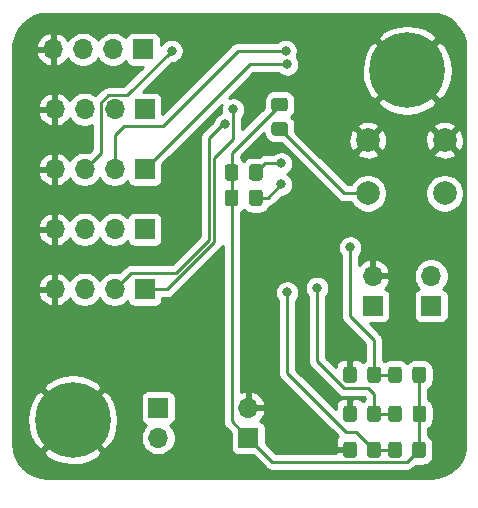
<source format=gbr>
%TF.GenerationSoftware,KiCad,Pcbnew,(5.1.6)-1*%
%TF.CreationDate,2020-09-17T21:49:39+02:00*%
%TF.ProjectId,gpioexpander5,6770696f-6578-4706-916e-646572352e6b,rev?*%
%TF.SameCoordinates,Original*%
%TF.FileFunction,Copper,L2,Bot*%
%TF.FilePolarity,Positive*%
%FSLAX46Y46*%
G04 Gerber Fmt 4.6, Leading zero omitted, Abs format (unit mm)*
G04 Created by KiCad (PCBNEW (5.1.6)-1) date 2020-09-17 21:49:39*
%MOMM*%
%LPD*%
G01*
G04 APERTURE LIST*
%TA.AperFunction,ComponentPad*%
%ADD10C,2.000000*%
%TD*%
%TA.AperFunction,ComponentPad*%
%ADD11O,1.700000X1.700000*%
%TD*%
%TA.AperFunction,ComponentPad*%
%ADD12R,1.700000X1.700000*%
%TD*%
%TA.AperFunction,ComponentPad*%
%ADD13C,6.400000*%
%TD*%
%TA.AperFunction,ViaPad*%
%ADD14C,0.800000*%
%TD*%
%TA.AperFunction,Conductor*%
%ADD15C,0.250000*%
%TD*%
%TA.AperFunction,Conductor*%
%ADD16C,0.254000*%
%TD*%
G04 APERTURE END LIST*
D10*
%TO.P,SW1,1*%
%TO.N,/Action*%
X136375000Y-63627000D03*
%TO.P,SW1,2*%
%TO.N,GND*%
X136375000Y-59127000D03*
%TO.P,SW1,1*%
%TO.N,/Action*%
X142875000Y-63627000D03*
%TO.P,SW1,2*%
%TO.N,GND*%
X142875000Y-59127000D03*
%TD*%
D11*
%TO.P,J9,2*%
%TO.N,GND*%
X136779000Y-70612000D03*
D12*
%TO.P,J9,1*%
%TO.N,/~RESET*%
X136779000Y-73152000D03*
%TD*%
D13*
%TO.P,H2,1*%
%TO.N,GND*%
X111379000Y-82804000D03*
%TD*%
%TO.P,H1,1*%
%TO.N,GND*%
X139700000Y-53213000D03*
%TD*%
%TO.P,R9,2*%
%TO.N,GND*%
%TA.AperFunction,SMDPad,CuDef*%
G36*
G01*
X135440000Y-78543999D02*
X135440000Y-79444001D01*
G75*
G02*
X135190001Y-79694000I-249999J0D01*
G01*
X134539999Y-79694000D01*
G75*
G02*
X134290000Y-79444001I0J249999D01*
G01*
X134290000Y-78543999D01*
G75*
G02*
X134539999Y-78294000I249999J0D01*
G01*
X135190001Y-78294000D01*
G75*
G02*
X135440000Y-78543999I0J-249999D01*
G01*
G37*
%TD.AperFunction*%
%TO.P,R9,1*%
%TO.N,/A2*%
%TA.AperFunction,SMDPad,CuDef*%
G36*
G01*
X137490000Y-78543999D02*
X137490000Y-79444001D01*
G75*
G02*
X137240001Y-79694000I-249999J0D01*
G01*
X136589999Y-79694000D01*
G75*
G02*
X136340000Y-79444001I0J249999D01*
G01*
X136340000Y-78543999D01*
G75*
G02*
X136589999Y-78294000I249999J0D01*
G01*
X137240001Y-78294000D01*
G75*
G02*
X137490000Y-78543999I0J-249999D01*
G01*
G37*
%TD.AperFunction*%
%TD*%
%TO.P,R8,2*%
%TO.N,/A2*%
%TA.AperFunction,SMDPad,CuDef*%
G36*
G01*
X139250000Y-78543999D02*
X139250000Y-79444001D01*
G75*
G02*
X139000001Y-79694000I-249999J0D01*
G01*
X138349999Y-79694000D01*
G75*
G02*
X138100000Y-79444001I0J249999D01*
G01*
X138100000Y-78543999D01*
G75*
G02*
X138349999Y-78294000I249999J0D01*
G01*
X139000001Y-78294000D01*
G75*
G02*
X139250000Y-78543999I0J-249999D01*
G01*
G37*
%TD.AperFunction*%
%TO.P,R8,1*%
%TO.N,+3V3*%
%TA.AperFunction,SMDPad,CuDef*%
G36*
G01*
X141300000Y-78543999D02*
X141300000Y-79444001D01*
G75*
G02*
X141050001Y-79694000I-249999J0D01*
G01*
X140399999Y-79694000D01*
G75*
G02*
X140150000Y-79444001I0J249999D01*
G01*
X140150000Y-78543999D01*
G75*
G02*
X140399999Y-78294000I249999J0D01*
G01*
X141050001Y-78294000D01*
G75*
G02*
X141300000Y-78543999I0J-249999D01*
G01*
G37*
%TD.AperFunction*%
%TD*%
%TO.P,R7,2*%
%TO.N,GND*%
%TA.AperFunction,SMDPad,CuDef*%
G36*
G01*
X135431000Y-81845999D02*
X135431000Y-82746001D01*
G75*
G02*
X135181001Y-82996000I-249999J0D01*
G01*
X134530999Y-82996000D01*
G75*
G02*
X134281000Y-82746001I0J249999D01*
G01*
X134281000Y-81845999D01*
G75*
G02*
X134530999Y-81596000I249999J0D01*
G01*
X135181001Y-81596000D01*
G75*
G02*
X135431000Y-81845999I0J-249999D01*
G01*
G37*
%TD.AperFunction*%
%TO.P,R7,1*%
%TO.N,/A1*%
%TA.AperFunction,SMDPad,CuDef*%
G36*
G01*
X137481000Y-81845999D02*
X137481000Y-82746001D01*
G75*
G02*
X137231001Y-82996000I-249999J0D01*
G01*
X136580999Y-82996000D01*
G75*
G02*
X136331000Y-82746001I0J249999D01*
G01*
X136331000Y-81845999D01*
G75*
G02*
X136580999Y-81596000I249999J0D01*
G01*
X137231001Y-81596000D01*
G75*
G02*
X137481000Y-81845999I0J-249999D01*
G01*
G37*
%TD.AperFunction*%
%TD*%
%TO.P,R6,2*%
%TO.N,/A1*%
%TA.AperFunction,SMDPad,CuDef*%
G36*
G01*
X139259000Y-81845999D02*
X139259000Y-82746001D01*
G75*
G02*
X139009001Y-82996000I-249999J0D01*
G01*
X138358999Y-82996000D01*
G75*
G02*
X138109000Y-82746001I0J249999D01*
G01*
X138109000Y-81845999D01*
G75*
G02*
X138358999Y-81596000I249999J0D01*
G01*
X139009001Y-81596000D01*
G75*
G02*
X139259000Y-81845999I0J-249999D01*
G01*
G37*
%TD.AperFunction*%
%TO.P,R6,1*%
%TO.N,+3V3*%
%TA.AperFunction,SMDPad,CuDef*%
G36*
G01*
X141309000Y-81845999D02*
X141309000Y-82746001D01*
G75*
G02*
X141059001Y-82996000I-249999J0D01*
G01*
X140408999Y-82996000D01*
G75*
G02*
X140159000Y-82746001I0J249999D01*
G01*
X140159000Y-81845999D01*
G75*
G02*
X140408999Y-81596000I249999J0D01*
G01*
X141059001Y-81596000D01*
G75*
G02*
X141309000Y-81845999I0J-249999D01*
G01*
G37*
%TD.AperFunction*%
%TD*%
%TO.P,R5,2*%
%TO.N,GND*%
%TA.AperFunction,SMDPad,CuDef*%
G36*
G01*
X135431000Y-84893999D02*
X135431000Y-85794001D01*
G75*
G02*
X135181001Y-86044000I-249999J0D01*
G01*
X134530999Y-86044000D01*
G75*
G02*
X134281000Y-85794001I0J249999D01*
G01*
X134281000Y-84893999D01*
G75*
G02*
X134530999Y-84644000I249999J0D01*
G01*
X135181001Y-84644000D01*
G75*
G02*
X135431000Y-84893999I0J-249999D01*
G01*
G37*
%TD.AperFunction*%
%TO.P,R5,1*%
%TO.N,/A0*%
%TA.AperFunction,SMDPad,CuDef*%
G36*
G01*
X137481000Y-84893999D02*
X137481000Y-85794001D01*
G75*
G02*
X137231001Y-86044000I-249999J0D01*
G01*
X136580999Y-86044000D01*
G75*
G02*
X136331000Y-85794001I0J249999D01*
G01*
X136331000Y-84893999D01*
G75*
G02*
X136580999Y-84644000I249999J0D01*
G01*
X137231001Y-84644000D01*
G75*
G02*
X137481000Y-84893999I0J-249999D01*
G01*
G37*
%TD.AperFunction*%
%TD*%
%TO.P,R4,2*%
%TO.N,/A0*%
%TA.AperFunction,SMDPad,CuDef*%
G36*
G01*
X139241000Y-84893999D02*
X139241000Y-85794001D01*
G75*
G02*
X138991001Y-86044000I-249999J0D01*
G01*
X138340999Y-86044000D01*
G75*
G02*
X138091000Y-85794001I0J249999D01*
G01*
X138091000Y-84893999D01*
G75*
G02*
X138340999Y-84644000I249999J0D01*
G01*
X138991001Y-84644000D01*
G75*
G02*
X139241000Y-84893999I0J-249999D01*
G01*
G37*
%TD.AperFunction*%
%TO.P,R4,1*%
%TO.N,+3V3*%
%TA.AperFunction,SMDPad,CuDef*%
G36*
G01*
X141291000Y-84893999D02*
X141291000Y-85794001D01*
G75*
G02*
X141041001Y-86044000I-249999J0D01*
G01*
X140390999Y-86044000D01*
G75*
G02*
X140141000Y-85794001I0J249999D01*
G01*
X140141000Y-84893999D01*
G75*
G02*
X140390999Y-84644000I249999J0D01*
G01*
X141041001Y-84644000D01*
G75*
G02*
X141291000Y-84893999I0J-249999D01*
G01*
G37*
%TD.AperFunction*%
%TD*%
%TO.P,R3,2*%
%TO.N,+3V3*%
%TA.AperFunction,SMDPad,CuDef*%
G36*
G01*
X125416000Y-63557999D02*
X125416000Y-64458001D01*
G75*
G02*
X125166001Y-64708000I-249999J0D01*
G01*
X124515999Y-64708000D01*
G75*
G02*
X124266000Y-64458001I0J249999D01*
G01*
X124266000Y-63557999D01*
G75*
G02*
X124515999Y-63308000I249999J0D01*
G01*
X125166001Y-63308000D01*
G75*
G02*
X125416000Y-63557999I0J-249999D01*
G01*
G37*
%TD.AperFunction*%
%TO.P,R3,1*%
%TO.N,/INTB*%
%TA.AperFunction,SMDPad,CuDef*%
G36*
G01*
X127466000Y-63557999D02*
X127466000Y-64458001D01*
G75*
G02*
X127216001Y-64708000I-249999J0D01*
G01*
X126565999Y-64708000D01*
G75*
G02*
X126316000Y-64458001I0J249999D01*
G01*
X126316000Y-63557999D01*
G75*
G02*
X126565999Y-63308000I249999J0D01*
G01*
X127216001Y-63308000D01*
G75*
G02*
X127466000Y-63557999I0J-249999D01*
G01*
G37*
%TD.AperFunction*%
%TD*%
%TO.P,R2,2*%
%TO.N,+3V3*%
%TA.AperFunction,SMDPad,CuDef*%
G36*
G01*
X125416000Y-61398999D02*
X125416000Y-62299001D01*
G75*
G02*
X125166001Y-62549000I-249999J0D01*
G01*
X124515999Y-62549000D01*
G75*
G02*
X124266000Y-62299001I0J249999D01*
G01*
X124266000Y-61398999D01*
G75*
G02*
X124515999Y-61149000I249999J0D01*
G01*
X125166001Y-61149000D01*
G75*
G02*
X125416000Y-61398999I0J-249999D01*
G01*
G37*
%TD.AperFunction*%
%TO.P,R2,1*%
%TO.N,/INTA*%
%TA.AperFunction,SMDPad,CuDef*%
G36*
G01*
X127466000Y-61398999D02*
X127466000Y-62299001D01*
G75*
G02*
X127216001Y-62549000I-249999J0D01*
G01*
X126565999Y-62549000D01*
G75*
G02*
X126316000Y-62299001I0J249999D01*
G01*
X126316000Y-61398999D01*
G75*
G02*
X126565999Y-61149000I249999J0D01*
G01*
X127216001Y-61149000D01*
G75*
G02*
X127466000Y-61398999I0J-249999D01*
G01*
G37*
%TD.AperFunction*%
%TD*%
%TO.P,R1,2*%
%TO.N,+3V3*%
%TA.AperFunction,SMDPad,CuDef*%
G36*
G01*
X129355001Y-56691000D02*
X128454999Y-56691000D01*
G75*
G02*
X128205000Y-56441001I0J249999D01*
G01*
X128205000Y-55790999D01*
G75*
G02*
X128454999Y-55541000I249999J0D01*
G01*
X129355001Y-55541000D01*
G75*
G02*
X129605000Y-55790999I0J-249999D01*
G01*
X129605000Y-56441001D01*
G75*
G02*
X129355001Y-56691000I-249999J0D01*
G01*
G37*
%TD.AperFunction*%
%TO.P,R1,1*%
%TO.N,/Action*%
%TA.AperFunction,SMDPad,CuDef*%
G36*
G01*
X129355001Y-58741000D02*
X128454999Y-58741000D01*
G75*
G02*
X128205000Y-58491001I0J249999D01*
G01*
X128205000Y-57840999D01*
G75*
G02*
X128454999Y-57591000I249999J0D01*
G01*
X129355001Y-57591000D01*
G75*
G02*
X129605000Y-57840999I0J-249999D01*
G01*
X129605000Y-58491001D01*
G75*
G02*
X129355001Y-58741000I-249999J0D01*
G01*
G37*
%TD.AperFunction*%
%TD*%
D11*
%TO.P,J8,2*%
%TO.N,/INTA*%
X141732000Y-70612000D03*
D12*
%TO.P,J8,1*%
%TO.N,/INTB*%
X141732000Y-73152000D03*
%TD*%
D11*
%TO.P,J7,4*%
%TO.N,GND*%
X109855000Y-71755000D03*
%TO.P,J7,3*%
%TO.N,/P5_3*%
X112395000Y-71755000D03*
%TO.P,J7,2*%
%TO.N,/P5_2*%
X114935000Y-71755000D03*
D12*
%TO.P,J7,1*%
%TO.N,/P5_1*%
X117475000Y-71755000D03*
%TD*%
D11*
%TO.P,J6,4*%
%TO.N,GND*%
X109855000Y-66675000D03*
%TO.P,J6,3*%
%TO.N,/P4_3*%
X112395000Y-66675000D03*
%TO.P,J6,2*%
%TO.N,/P4_2*%
X114935000Y-66675000D03*
D12*
%TO.P,J6,1*%
%TO.N,/P4_1*%
X117475000Y-66675000D03*
%TD*%
D11*
%TO.P,J5,4*%
%TO.N,GND*%
X109855000Y-61595000D03*
%TO.P,J5,3*%
%TO.N,/P3_3*%
X112395000Y-61595000D03*
%TO.P,J5,2*%
%TO.N,/P3_2*%
X114935000Y-61595000D03*
D12*
%TO.P,J5,1*%
%TO.N,/P3_1*%
X117475000Y-61595000D03*
%TD*%
D11*
%TO.P,J4,4*%
%TO.N,GND*%
X109855000Y-56515000D03*
%TO.P,J4,3*%
%TO.N,/P2_3*%
X112395000Y-56515000D03*
%TO.P,J4,2*%
%TO.N,/P2_2*%
X114935000Y-56515000D03*
D12*
%TO.P,J4,1*%
%TO.N,/P2_1*%
X117475000Y-56515000D03*
%TD*%
D11*
%TO.P,J3,4*%
%TO.N,GND*%
X109728000Y-51435000D03*
%TO.P,J3,3*%
%TO.N,/P1_3*%
X112268000Y-51435000D03*
%TO.P,J3,2*%
%TO.N,/P1_2*%
X114808000Y-51435000D03*
D12*
%TO.P,J3,1*%
%TO.N,/P1_1*%
X117348000Y-51435000D03*
%TD*%
D11*
%TO.P,J2,2*%
%TO.N,/SCK*%
X118618000Y-84328000D03*
D12*
%TO.P,J2,1*%
%TO.N,/SDA*%
X118618000Y-81788000D03*
%TD*%
D11*
%TO.P,J1,2*%
%TO.N,GND*%
X126238000Y-81788000D03*
D12*
%TO.P,J1,1*%
%TO.N,+3V3*%
X126238000Y-84328000D03*
%TD*%
D14*
%TO.N,/A0*%
X129540000Y-72009000D03*
%TO.N,/A1*%
X132080000Y-71628000D03*
%TO.N,/A2*%
X134873994Y-68199000D03*
%TO.N,/P3_3*%
X119761000Y-51562000D03*
%TO.N,/P3_2*%
X129413000Y-51562000D03*
%TO.N,/P3_1*%
X129540000Y-52705000D03*
%TO.N,/P5_2*%
X124243000Y-57785000D03*
%TO.N,/P5_1*%
X124968000Y-56515000D03*
%TO.N,/INTA*%
X129032000Y-61087000D03*
%TO.N,/INTB*%
X129032000Y-62865000D03*
%TD*%
D15*
%TO.N,GND*%
X134856000Y-82296000D02*
X134856000Y-82024000D01*
%TO.N,+3V3*%
X124841000Y-60180000D02*
X128905000Y-56116000D01*
X124841000Y-61849000D02*
X124841000Y-60180000D01*
X124841000Y-61849000D02*
X124841000Y-64008000D01*
X139690990Y-86369010D02*
X140716000Y-85344000D01*
X128279010Y-86369010D02*
X139690990Y-86369010D01*
X126238000Y-84328000D02*
X128279010Y-86369010D01*
X140716000Y-82314000D02*
X140734000Y-82296000D01*
X140716000Y-85344000D02*
X140716000Y-82314000D01*
X140734000Y-79003000D02*
X140725000Y-78994000D01*
X140734000Y-82296000D02*
X140734000Y-79003000D01*
X124841000Y-82931000D02*
X126238000Y-84328000D01*
X124841000Y-64008000D02*
X124841000Y-82931000D01*
%TO.N,/Action*%
X134366000Y-63627000D02*
X128905000Y-58166000D01*
X136375000Y-63627000D02*
X134366000Y-63627000D01*
%TO.N,/A0*%
X138666000Y-85344000D02*
X136906000Y-85344000D01*
X129540000Y-78867000D02*
X129540000Y-72009000D01*
X134493000Y-83820000D02*
X129540000Y-78867000D01*
X136906000Y-85344000D02*
X135382000Y-83820000D01*
X135382000Y-83820000D02*
X134493000Y-83820000D01*
%TO.N,/A1*%
X138684000Y-82296000D02*
X136906000Y-82296000D01*
X132080000Y-77851000D02*
X132080000Y-71628000D01*
X136398000Y-80137000D02*
X134366000Y-80137000D01*
X136906000Y-82296000D02*
X136906000Y-80645000D01*
X134366000Y-80137000D02*
X132080000Y-77851000D01*
X136906000Y-80645000D02*
X136398000Y-80137000D01*
%TO.N,/A2*%
X138675000Y-78994000D02*
X136915000Y-78994000D01*
X136906000Y-76073000D02*
X134873994Y-74040994D01*
X134873994Y-74040994D02*
X134873994Y-68199000D01*
X136915000Y-78994000D02*
X136906000Y-78985000D01*
X136906000Y-78985000D02*
X136906000Y-76073000D01*
%TO.N,/P3_3*%
X113759999Y-60230001D02*
X113759999Y-55950999D01*
X112395000Y-61595000D02*
X113759999Y-60230001D01*
X113759999Y-55950999D02*
X114370999Y-55339999D01*
X115983001Y-55339999D02*
X119761000Y-51562000D01*
X114370999Y-55339999D02*
X115983001Y-55339999D01*
%TO.N,/P3_2*%
X115697000Y-57912000D02*
X118999000Y-57912000D01*
X125349000Y-51562000D02*
X129413000Y-51562000D01*
X118999000Y-57912000D02*
X125349000Y-51562000D01*
X114935000Y-61595000D02*
X114935000Y-58674000D01*
X114935000Y-58674000D02*
X115697000Y-57912000D01*
%TO.N,/P3_1*%
X126365000Y-52705000D02*
X117475000Y-61595000D01*
X129540000Y-52705000D02*
X126365000Y-52705000D01*
%TO.N,/P5_2*%
X124079998Y-57785000D02*
X124243000Y-57785000D01*
X122936000Y-58928998D02*
X124079998Y-57785000D01*
X122936000Y-67564000D02*
X122936000Y-58928998D01*
X120109999Y-70390001D02*
X122936000Y-67564000D01*
X114935000Y-71755000D02*
X116299999Y-70390001D01*
X116299999Y-70390001D02*
X120109999Y-70390001D01*
%TO.N,/P5_1*%
X123386011Y-60636989D02*
X124968000Y-59055000D01*
X124968000Y-59055000D02*
X124968000Y-56515000D01*
X123386011Y-67750400D02*
X123386011Y-60636989D01*
X119381411Y-71755000D02*
X123386011Y-67750400D01*
X117475000Y-71755000D02*
X119381411Y-71755000D01*
%TO.N,/INTA*%
X127653000Y-61087000D02*
X126891000Y-61849000D01*
X129032000Y-61087000D02*
X127653000Y-61087000D01*
%TO.N,/INTB*%
X126891000Y-64008000D02*
X127889000Y-64008000D01*
X127889000Y-64008000D02*
X129032000Y-62865000D01*
%TD*%
D16*
%TO.N,GND*%
G36*
X142293886Y-48470258D02*
G01*
X142834376Y-48633442D01*
X143332867Y-48898494D01*
X143770388Y-49255326D01*
X144130271Y-49690350D01*
X144398799Y-50186983D01*
X144565749Y-50726315D01*
X144628000Y-51318596D01*
X144628001Y-84803712D01*
X144569742Y-85397886D01*
X144406559Y-85938374D01*
X144141506Y-86436867D01*
X143784669Y-86874393D01*
X143349653Y-87234269D01*
X142853019Y-87502798D01*
X142313690Y-87669749D01*
X141721404Y-87732000D01*
X109252278Y-87732000D01*
X108658114Y-87673742D01*
X108117626Y-87510559D01*
X107619133Y-87245506D01*
X107181607Y-86888669D01*
X106821731Y-86453653D01*
X106553202Y-85957019D01*
X106413242Y-85504881D01*
X108857724Y-85504881D01*
X109217912Y-85994548D01*
X109881882Y-86354849D01*
X110603385Y-86578694D01*
X111354695Y-86657480D01*
X112106938Y-86588178D01*
X112831208Y-86373452D01*
X113499670Y-86021555D01*
X113540088Y-85994548D01*
X113900276Y-85504881D01*
X111379000Y-82983605D01*
X108857724Y-85504881D01*
X106413242Y-85504881D01*
X106386251Y-85417690D01*
X106324000Y-84825404D01*
X106324000Y-82779695D01*
X107525520Y-82779695D01*
X107594822Y-83531938D01*
X107809548Y-84256208D01*
X108161445Y-84924670D01*
X108188452Y-84965088D01*
X108678119Y-85325276D01*
X111199395Y-82804000D01*
X111558605Y-82804000D01*
X114079881Y-85325276D01*
X114569548Y-84965088D01*
X114929849Y-84301118D01*
X115153694Y-83579615D01*
X115232480Y-82828305D01*
X115163178Y-82076062D01*
X114948452Y-81351792D01*
X114730621Y-80938000D01*
X117129928Y-80938000D01*
X117129928Y-82638000D01*
X117142188Y-82762482D01*
X117178498Y-82882180D01*
X117237463Y-82992494D01*
X117316815Y-83089185D01*
X117413506Y-83168537D01*
X117523820Y-83227502D01*
X117596380Y-83249513D01*
X117464525Y-83381368D01*
X117302010Y-83624589D01*
X117190068Y-83894842D01*
X117133000Y-84181740D01*
X117133000Y-84474260D01*
X117190068Y-84761158D01*
X117302010Y-85031411D01*
X117464525Y-85274632D01*
X117671368Y-85481475D01*
X117914589Y-85643990D01*
X118184842Y-85755932D01*
X118471740Y-85813000D01*
X118764260Y-85813000D01*
X119051158Y-85755932D01*
X119321411Y-85643990D01*
X119564632Y-85481475D01*
X119771475Y-85274632D01*
X119933990Y-85031411D01*
X120045932Y-84761158D01*
X120103000Y-84474260D01*
X120103000Y-84181740D01*
X120045932Y-83894842D01*
X119933990Y-83624589D01*
X119771475Y-83381368D01*
X119639620Y-83249513D01*
X119712180Y-83227502D01*
X119822494Y-83168537D01*
X119919185Y-83089185D01*
X119998537Y-82992494D01*
X120057502Y-82882180D01*
X120093812Y-82762482D01*
X120106072Y-82638000D01*
X120106072Y-80938000D01*
X120093812Y-80813518D01*
X120057502Y-80693820D01*
X119998537Y-80583506D01*
X119919185Y-80486815D01*
X119822494Y-80407463D01*
X119712180Y-80348498D01*
X119592482Y-80312188D01*
X119468000Y-80299928D01*
X117768000Y-80299928D01*
X117643518Y-80312188D01*
X117523820Y-80348498D01*
X117413506Y-80407463D01*
X117316815Y-80486815D01*
X117237463Y-80583506D01*
X117178498Y-80693820D01*
X117142188Y-80813518D01*
X117129928Y-80938000D01*
X114730621Y-80938000D01*
X114596555Y-80683330D01*
X114569548Y-80642912D01*
X114079881Y-80282724D01*
X111558605Y-82804000D01*
X111199395Y-82804000D01*
X108678119Y-80282724D01*
X108188452Y-80642912D01*
X107828151Y-81306882D01*
X107604306Y-82028385D01*
X107525520Y-82779695D01*
X106324000Y-82779695D01*
X106324000Y-80103119D01*
X108857724Y-80103119D01*
X111379000Y-82624395D01*
X113900276Y-80103119D01*
X113540088Y-79613452D01*
X112876118Y-79253151D01*
X112154615Y-79029306D01*
X111403305Y-78950520D01*
X110651062Y-79019822D01*
X109926792Y-79234548D01*
X109258330Y-79586445D01*
X109217912Y-79613452D01*
X108857724Y-80103119D01*
X106324000Y-80103119D01*
X106324000Y-72111891D01*
X108413519Y-72111891D01*
X108510843Y-72386252D01*
X108659822Y-72636355D01*
X108854731Y-72852588D01*
X109088080Y-73026641D01*
X109350901Y-73151825D01*
X109498110Y-73196476D01*
X109728000Y-73075155D01*
X109728000Y-71882000D01*
X108534186Y-71882000D01*
X108413519Y-72111891D01*
X106324000Y-72111891D01*
X106324000Y-71398109D01*
X108413519Y-71398109D01*
X108534186Y-71628000D01*
X109728000Y-71628000D01*
X109728000Y-70434845D01*
X109498110Y-70313524D01*
X109350901Y-70358175D01*
X109088080Y-70483359D01*
X108854731Y-70657412D01*
X108659822Y-70873645D01*
X108510843Y-71123748D01*
X108413519Y-71398109D01*
X106324000Y-71398109D01*
X106324000Y-67031891D01*
X108413519Y-67031891D01*
X108510843Y-67306252D01*
X108659822Y-67556355D01*
X108854731Y-67772588D01*
X109088080Y-67946641D01*
X109350901Y-68071825D01*
X109498110Y-68116476D01*
X109728000Y-67995155D01*
X109728000Y-66802000D01*
X108534186Y-66802000D01*
X108413519Y-67031891D01*
X106324000Y-67031891D01*
X106324000Y-66318109D01*
X108413519Y-66318109D01*
X108534186Y-66548000D01*
X109728000Y-66548000D01*
X109728000Y-65354845D01*
X109982000Y-65354845D01*
X109982000Y-66548000D01*
X110002000Y-66548000D01*
X110002000Y-66802000D01*
X109982000Y-66802000D01*
X109982000Y-67995155D01*
X110211890Y-68116476D01*
X110359099Y-68071825D01*
X110621920Y-67946641D01*
X110855269Y-67772588D01*
X111050178Y-67556355D01*
X111119805Y-67439466D01*
X111241525Y-67621632D01*
X111448368Y-67828475D01*
X111691589Y-67990990D01*
X111961842Y-68102932D01*
X112248740Y-68160000D01*
X112541260Y-68160000D01*
X112828158Y-68102932D01*
X113098411Y-67990990D01*
X113341632Y-67828475D01*
X113548475Y-67621632D01*
X113665000Y-67447240D01*
X113781525Y-67621632D01*
X113988368Y-67828475D01*
X114231589Y-67990990D01*
X114501842Y-68102932D01*
X114788740Y-68160000D01*
X115081260Y-68160000D01*
X115368158Y-68102932D01*
X115638411Y-67990990D01*
X115881632Y-67828475D01*
X116013487Y-67696620D01*
X116035498Y-67769180D01*
X116094463Y-67879494D01*
X116173815Y-67976185D01*
X116270506Y-68055537D01*
X116380820Y-68114502D01*
X116500518Y-68150812D01*
X116625000Y-68163072D01*
X118325000Y-68163072D01*
X118449482Y-68150812D01*
X118569180Y-68114502D01*
X118679494Y-68055537D01*
X118776185Y-67976185D01*
X118855537Y-67879494D01*
X118914502Y-67769180D01*
X118950812Y-67649482D01*
X118963072Y-67525000D01*
X118963072Y-65825000D01*
X118950812Y-65700518D01*
X118914502Y-65580820D01*
X118855537Y-65470506D01*
X118776185Y-65373815D01*
X118679494Y-65294463D01*
X118569180Y-65235498D01*
X118449482Y-65199188D01*
X118325000Y-65186928D01*
X116625000Y-65186928D01*
X116500518Y-65199188D01*
X116380820Y-65235498D01*
X116270506Y-65294463D01*
X116173815Y-65373815D01*
X116094463Y-65470506D01*
X116035498Y-65580820D01*
X116013487Y-65653380D01*
X115881632Y-65521525D01*
X115638411Y-65359010D01*
X115368158Y-65247068D01*
X115081260Y-65190000D01*
X114788740Y-65190000D01*
X114501842Y-65247068D01*
X114231589Y-65359010D01*
X113988368Y-65521525D01*
X113781525Y-65728368D01*
X113665000Y-65902760D01*
X113548475Y-65728368D01*
X113341632Y-65521525D01*
X113098411Y-65359010D01*
X112828158Y-65247068D01*
X112541260Y-65190000D01*
X112248740Y-65190000D01*
X111961842Y-65247068D01*
X111691589Y-65359010D01*
X111448368Y-65521525D01*
X111241525Y-65728368D01*
X111119805Y-65910534D01*
X111050178Y-65793645D01*
X110855269Y-65577412D01*
X110621920Y-65403359D01*
X110359099Y-65278175D01*
X110211890Y-65233524D01*
X109982000Y-65354845D01*
X109728000Y-65354845D01*
X109498110Y-65233524D01*
X109350901Y-65278175D01*
X109088080Y-65403359D01*
X108854731Y-65577412D01*
X108659822Y-65793645D01*
X108510843Y-66043748D01*
X108413519Y-66318109D01*
X106324000Y-66318109D01*
X106324000Y-61951891D01*
X108413519Y-61951891D01*
X108510843Y-62226252D01*
X108659822Y-62476355D01*
X108854731Y-62692588D01*
X109088080Y-62866641D01*
X109350901Y-62991825D01*
X109498110Y-63036476D01*
X109728000Y-62915155D01*
X109728000Y-61722000D01*
X108534186Y-61722000D01*
X108413519Y-61951891D01*
X106324000Y-61951891D01*
X106324000Y-61238109D01*
X108413519Y-61238109D01*
X108534186Y-61468000D01*
X109728000Y-61468000D01*
X109728000Y-60274845D01*
X109498110Y-60153524D01*
X109350901Y-60198175D01*
X109088080Y-60323359D01*
X108854731Y-60497412D01*
X108659822Y-60713645D01*
X108510843Y-60963748D01*
X108413519Y-61238109D01*
X106324000Y-61238109D01*
X106324000Y-56871891D01*
X108413519Y-56871891D01*
X108510843Y-57146252D01*
X108659822Y-57396355D01*
X108854731Y-57612588D01*
X109088080Y-57786641D01*
X109350901Y-57911825D01*
X109498110Y-57956476D01*
X109728000Y-57835155D01*
X109728000Y-56642000D01*
X108534186Y-56642000D01*
X108413519Y-56871891D01*
X106324000Y-56871891D01*
X106324000Y-56158109D01*
X108413519Y-56158109D01*
X108534186Y-56388000D01*
X109728000Y-56388000D01*
X109728000Y-55194845D01*
X109498110Y-55073524D01*
X109350901Y-55118175D01*
X109088080Y-55243359D01*
X108854731Y-55417412D01*
X108659822Y-55633645D01*
X108510843Y-55883748D01*
X108413519Y-56158109D01*
X106324000Y-56158109D01*
X106324000Y-51791891D01*
X108286519Y-51791891D01*
X108383843Y-52066252D01*
X108532822Y-52316355D01*
X108727731Y-52532588D01*
X108961080Y-52706641D01*
X109223901Y-52831825D01*
X109371110Y-52876476D01*
X109601000Y-52755155D01*
X109601000Y-51562000D01*
X108407186Y-51562000D01*
X108286519Y-51791891D01*
X106324000Y-51791891D01*
X106324000Y-51340278D01*
X106349705Y-51078109D01*
X108286519Y-51078109D01*
X108407186Y-51308000D01*
X109601000Y-51308000D01*
X109601000Y-50114845D01*
X109855000Y-50114845D01*
X109855000Y-51308000D01*
X109875000Y-51308000D01*
X109875000Y-51562000D01*
X109855000Y-51562000D01*
X109855000Y-52755155D01*
X110084890Y-52876476D01*
X110232099Y-52831825D01*
X110494920Y-52706641D01*
X110728269Y-52532588D01*
X110923178Y-52316355D01*
X110992805Y-52199466D01*
X111114525Y-52381632D01*
X111321368Y-52588475D01*
X111564589Y-52750990D01*
X111834842Y-52862932D01*
X112121740Y-52920000D01*
X112414260Y-52920000D01*
X112701158Y-52862932D01*
X112971411Y-52750990D01*
X113214632Y-52588475D01*
X113421475Y-52381632D01*
X113538000Y-52207240D01*
X113654525Y-52381632D01*
X113861368Y-52588475D01*
X114104589Y-52750990D01*
X114374842Y-52862932D01*
X114661740Y-52920000D01*
X114954260Y-52920000D01*
X115241158Y-52862932D01*
X115511411Y-52750990D01*
X115754632Y-52588475D01*
X115886487Y-52456620D01*
X115908498Y-52529180D01*
X115967463Y-52639494D01*
X116046815Y-52736185D01*
X116143506Y-52815537D01*
X116253820Y-52874502D01*
X116373518Y-52910812D01*
X116498000Y-52923072D01*
X117325126Y-52923072D01*
X115668200Y-54579999D01*
X114408321Y-54579999D01*
X114370998Y-54576323D01*
X114333675Y-54579999D01*
X114333666Y-54579999D01*
X114222013Y-54590996D01*
X114078752Y-54634453D01*
X113946723Y-54705025D01*
X113946721Y-54705026D01*
X113946722Y-54705026D01*
X113859995Y-54776200D01*
X113859991Y-54776204D01*
X113830998Y-54799998D01*
X113807204Y-54828991D01*
X113301492Y-55334704D01*
X113098411Y-55199010D01*
X112828158Y-55087068D01*
X112541260Y-55030000D01*
X112248740Y-55030000D01*
X111961842Y-55087068D01*
X111691589Y-55199010D01*
X111448368Y-55361525D01*
X111241525Y-55568368D01*
X111119805Y-55750534D01*
X111050178Y-55633645D01*
X110855269Y-55417412D01*
X110621920Y-55243359D01*
X110359099Y-55118175D01*
X110211890Y-55073524D01*
X109982000Y-55194845D01*
X109982000Y-56388000D01*
X110002000Y-56388000D01*
X110002000Y-56642000D01*
X109982000Y-56642000D01*
X109982000Y-57835155D01*
X110211890Y-57956476D01*
X110359099Y-57911825D01*
X110621920Y-57786641D01*
X110855269Y-57612588D01*
X111050178Y-57396355D01*
X111119805Y-57279466D01*
X111241525Y-57461632D01*
X111448368Y-57668475D01*
X111691589Y-57830990D01*
X111961842Y-57942932D01*
X112248740Y-58000000D01*
X112541260Y-58000000D01*
X112828158Y-57942932D01*
X113000000Y-57871753D01*
X112999999Y-59915199D01*
X112761408Y-60153790D01*
X112541260Y-60110000D01*
X112248740Y-60110000D01*
X111961842Y-60167068D01*
X111691589Y-60279010D01*
X111448368Y-60441525D01*
X111241525Y-60648368D01*
X111119805Y-60830534D01*
X111050178Y-60713645D01*
X110855269Y-60497412D01*
X110621920Y-60323359D01*
X110359099Y-60198175D01*
X110211890Y-60153524D01*
X109982000Y-60274845D01*
X109982000Y-61468000D01*
X110002000Y-61468000D01*
X110002000Y-61722000D01*
X109982000Y-61722000D01*
X109982000Y-62915155D01*
X110211890Y-63036476D01*
X110359099Y-62991825D01*
X110621920Y-62866641D01*
X110855269Y-62692588D01*
X111050178Y-62476355D01*
X111119805Y-62359466D01*
X111241525Y-62541632D01*
X111448368Y-62748475D01*
X111691589Y-62910990D01*
X111961842Y-63022932D01*
X112248740Y-63080000D01*
X112541260Y-63080000D01*
X112828158Y-63022932D01*
X113098411Y-62910990D01*
X113341632Y-62748475D01*
X113548475Y-62541632D01*
X113665000Y-62367240D01*
X113781525Y-62541632D01*
X113988368Y-62748475D01*
X114231589Y-62910990D01*
X114501842Y-63022932D01*
X114788740Y-63080000D01*
X115081260Y-63080000D01*
X115368158Y-63022932D01*
X115638411Y-62910990D01*
X115881632Y-62748475D01*
X116013487Y-62616620D01*
X116035498Y-62689180D01*
X116094463Y-62799494D01*
X116173815Y-62896185D01*
X116270506Y-62975537D01*
X116380820Y-63034502D01*
X116500518Y-63070812D01*
X116625000Y-63083072D01*
X118325000Y-63083072D01*
X118449482Y-63070812D01*
X118569180Y-63034502D01*
X118679494Y-62975537D01*
X118776185Y-62896185D01*
X118855537Y-62799494D01*
X118914502Y-62689180D01*
X118950812Y-62569482D01*
X118963072Y-62445000D01*
X118963072Y-61181729D01*
X124001818Y-56142983D01*
X123972774Y-56213102D01*
X123933000Y-56413061D01*
X123933000Y-56616939D01*
X123966379Y-56784746D01*
X123941102Y-56789774D01*
X123752744Y-56867795D01*
X123583226Y-56981063D01*
X123439063Y-57125226D01*
X123325795Y-57294744D01*
X123247774Y-57483102D01*
X123233045Y-57557151D01*
X122424998Y-58365199D01*
X122396000Y-58388997D01*
X122372202Y-58417995D01*
X122372201Y-58417996D01*
X122301026Y-58504722D01*
X122230454Y-58636752D01*
X122218647Y-58675676D01*
X122186998Y-58780012D01*
X122181991Y-58830851D01*
X122172324Y-58928998D01*
X122176001Y-58966330D01*
X122176000Y-67249198D01*
X119795198Y-69630001D01*
X116337321Y-69630001D01*
X116299998Y-69626325D01*
X116262675Y-69630001D01*
X116262666Y-69630001D01*
X116151013Y-69640998D01*
X116007752Y-69684455D01*
X115875722Y-69755027D01*
X115792082Y-69823669D01*
X115759998Y-69850000D01*
X115736200Y-69878998D01*
X115301408Y-70313790D01*
X115081260Y-70270000D01*
X114788740Y-70270000D01*
X114501842Y-70327068D01*
X114231589Y-70439010D01*
X113988368Y-70601525D01*
X113781525Y-70808368D01*
X113665000Y-70982760D01*
X113548475Y-70808368D01*
X113341632Y-70601525D01*
X113098411Y-70439010D01*
X112828158Y-70327068D01*
X112541260Y-70270000D01*
X112248740Y-70270000D01*
X111961842Y-70327068D01*
X111691589Y-70439010D01*
X111448368Y-70601525D01*
X111241525Y-70808368D01*
X111119805Y-70990534D01*
X111050178Y-70873645D01*
X110855269Y-70657412D01*
X110621920Y-70483359D01*
X110359099Y-70358175D01*
X110211890Y-70313524D01*
X109982000Y-70434845D01*
X109982000Y-71628000D01*
X110002000Y-71628000D01*
X110002000Y-71882000D01*
X109982000Y-71882000D01*
X109982000Y-73075155D01*
X110211890Y-73196476D01*
X110359099Y-73151825D01*
X110621920Y-73026641D01*
X110855269Y-72852588D01*
X111050178Y-72636355D01*
X111119805Y-72519466D01*
X111241525Y-72701632D01*
X111448368Y-72908475D01*
X111691589Y-73070990D01*
X111961842Y-73182932D01*
X112248740Y-73240000D01*
X112541260Y-73240000D01*
X112828158Y-73182932D01*
X113098411Y-73070990D01*
X113341632Y-72908475D01*
X113548475Y-72701632D01*
X113665000Y-72527240D01*
X113781525Y-72701632D01*
X113988368Y-72908475D01*
X114231589Y-73070990D01*
X114501842Y-73182932D01*
X114788740Y-73240000D01*
X115081260Y-73240000D01*
X115368158Y-73182932D01*
X115638411Y-73070990D01*
X115881632Y-72908475D01*
X116013487Y-72776620D01*
X116035498Y-72849180D01*
X116094463Y-72959494D01*
X116173815Y-73056185D01*
X116270506Y-73135537D01*
X116380820Y-73194502D01*
X116500518Y-73230812D01*
X116625000Y-73243072D01*
X118325000Y-73243072D01*
X118449482Y-73230812D01*
X118569180Y-73194502D01*
X118679494Y-73135537D01*
X118776185Y-73056185D01*
X118855537Y-72959494D01*
X118914502Y-72849180D01*
X118950812Y-72729482D01*
X118963072Y-72605000D01*
X118963072Y-72515000D01*
X119344089Y-72515000D01*
X119381411Y-72518676D01*
X119418733Y-72515000D01*
X119418744Y-72515000D01*
X119530397Y-72504003D01*
X119673658Y-72460546D01*
X119805687Y-72389974D01*
X119921412Y-72295001D01*
X119945215Y-72265997D01*
X123897015Y-68314198D01*
X123926012Y-68290401D01*
X124020985Y-68174676D01*
X124081000Y-68062397D01*
X124081001Y-82893667D01*
X124077324Y-82931000D01*
X124081001Y-82968333D01*
X124091998Y-83079986D01*
X124100743Y-83108814D01*
X124135454Y-83223246D01*
X124206026Y-83355276D01*
X124277201Y-83442002D01*
X124301000Y-83471001D01*
X124329998Y-83494799D01*
X124749928Y-83914729D01*
X124749928Y-85178000D01*
X124762188Y-85302482D01*
X124798498Y-85422180D01*
X124857463Y-85532494D01*
X124936815Y-85629185D01*
X125033506Y-85708537D01*
X125143820Y-85767502D01*
X125263518Y-85803812D01*
X125388000Y-85816072D01*
X126651271Y-85816072D01*
X127715211Y-86880013D01*
X127739009Y-86909011D01*
X127768007Y-86932809D01*
X127854733Y-87003984D01*
X127947294Y-87053459D01*
X127986763Y-87074556D01*
X128130024Y-87118013D01*
X128241677Y-87129010D01*
X128241686Y-87129010D01*
X128279009Y-87132686D01*
X128316332Y-87129010D01*
X139653668Y-87129010D01*
X139690990Y-87132686D01*
X139728312Y-87129010D01*
X139728323Y-87129010D01*
X139839976Y-87118013D01*
X139983237Y-87074556D01*
X140115266Y-87003984D01*
X140230991Y-86909011D01*
X140254794Y-86880008D01*
X140452729Y-86682072D01*
X141041001Y-86682072D01*
X141214255Y-86665008D01*
X141380851Y-86614472D01*
X141534387Y-86532405D01*
X141668962Y-86421962D01*
X141779405Y-86287387D01*
X141861472Y-86133851D01*
X141912008Y-85967255D01*
X141929072Y-85794001D01*
X141929072Y-84893999D01*
X141912008Y-84720745D01*
X141861472Y-84554149D01*
X141779405Y-84400613D01*
X141668962Y-84266038D01*
X141534387Y-84155595D01*
X141476000Y-84124386D01*
X141476000Y-83525235D01*
X141552387Y-83484405D01*
X141686962Y-83373962D01*
X141797405Y-83239387D01*
X141879472Y-83085851D01*
X141930008Y-82919255D01*
X141947072Y-82746001D01*
X141947072Y-81845999D01*
X141930008Y-81672745D01*
X141879472Y-81506149D01*
X141797405Y-81352613D01*
X141686962Y-81218038D01*
X141552387Y-81107595D01*
X141494000Y-81076386D01*
X141494000Y-80208803D01*
X141543387Y-80182405D01*
X141677962Y-80071962D01*
X141788405Y-79937387D01*
X141870472Y-79783851D01*
X141921008Y-79617255D01*
X141938072Y-79444001D01*
X141938072Y-78543999D01*
X141921008Y-78370745D01*
X141870472Y-78204149D01*
X141788405Y-78050613D01*
X141677962Y-77916038D01*
X141543387Y-77805595D01*
X141389851Y-77723528D01*
X141223255Y-77672992D01*
X141050001Y-77655928D01*
X140399999Y-77655928D01*
X140226745Y-77672992D01*
X140060149Y-77723528D01*
X139906613Y-77805595D01*
X139772038Y-77916038D01*
X139700000Y-78003816D01*
X139627962Y-77916038D01*
X139493387Y-77805595D01*
X139339851Y-77723528D01*
X139173255Y-77672992D01*
X139000001Y-77655928D01*
X138349999Y-77655928D01*
X138176745Y-77672992D01*
X138010149Y-77723528D01*
X137856613Y-77805595D01*
X137795000Y-77856160D01*
X137733387Y-77805595D01*
X137666000Y-77769576D01*
X137666000Y-76110322D01*
X137669676Y-76072999D01*
X137666000Y-76035676D01*
X137666000Y-76035667D01*
X137655003Y-75924014D01*
X137611546Y-75780753D01*
X137540974Y-75648724D01*
X137527811Y-75632685D01*
X137469799Y-75561996D01*
X137469795Y-75561992D01*
X137446001Y-75532999D01*
X137417008Y-75509205D01*
X136547874Y-74640072D01*
X137629000Y-74640072D01*
X137753482Y-74627812D01*
X137873180Y-74591502D01*
X137983494Y-74532537D01*
X138080185Y-74453185D01*
X138159537Y-74356494D01*
X138218502Y-74246180D01*
X138254812Y-74126482D01*
X138267072Y-74002000D01*
X138267072Y-72302000D01*
X140243928Y-72302000D01*
X140243928Y-74002000D01*
X140256188Y-74126482D01*
X140292498Y-74246180D01*
X140351463Y-74356494D01*
X140430815Y-74453185D01*
X140527506Y-74532537D01*
X140637820Y-74591502D01*
X140757518Y-74627812D01*
X140882000Y-74640072D01*
X142582000Y-74640072D01*
X142706482Y-74627812D01*
X142826180Y-74591502D01*
X142936494Y-74532537D01*
X143033185Y-74453185D01*
X143112537Y-74356494D01*
X143171502Y-74246180D01*
X143207812Y-74126482D01*
X143220072Y-74002000D01*
X143220072Y-72302000D01*
X143207812Y-72177518D01*
X143171502Y-72057820D01*
X143112537Y-71947506D01*
X143033185Y-71850815D01*
X142936494Y-71771463D01*
X142826180Y-71712498D01*
X142753620Y-71690487D01*
X142885475Y-71558632D01*
X143047990Y-71315411D01*
X143159932Y-71045158D01*
X143217000Y-70758260D01*
X143217000Y-70465740D01*
X143159932Y-70178842D01*
X143047990Y-69908589D01*
X142885475Y-69665368D01*
X142678632Y-69458525D01*
X142435411Y-69296010D01*
X142165158Y-69184068D01*
X141878260Y-69127000D01*
X141585740Y-69127000D01*
X141298842Y-69184068D01*
X141028589Y-69296010D01*
X140785368Y-69458525D01*
X140578525Y-69665368D01*
X140416010Y-69908589D01*
X140304068Y-70178842D01*
X140247000Y-70465740D01*
X140247000Y-70758260D01*
X140304068Y-71045158D01*
X140416010Y-71315411D01*
X140578525Y-71558632D01*
X140710380Y-71690487D01*
X140637820Y-71712498D01*
X140527506Y-71771463D01*
X140430815Y-71850815D01*
X140351463Y-71947506D01*
X140292498Y-72057820D01*
X140256188Y-72177518D01*
X140243928Y-72302000D01*
X138267072Y-72302000D01*
X138254812Y-72177518D01*
X138218502Y-72057820D01*
X138159537Y-71947506D01*
X138080185Y-71850815D01*
X137983494Y-71771463D01*
X137873180Y-71712498D01*
X137792534Y-71688034D01*
X137876588Y-71612269D01*
X138050641Y-71378920D01*
X138175825Y-71116099D01*
X138220476Y-70968890D01*
X138099155Y-70739000D01*
X136906000Y-70739000D01*
X136906000Y-70759000D01*
X136652000Y-70759000D01*
X136652000Y-70739000D01*
X136632000Y-70739000D01*
X136632000Y-70485000D01*
X136652000Y-70485000D01*
X136652000Y-69291186D01*
X136906000Y-69291186D01*
X136906000Y-70485000D01*
X138099155Y-70485000D01*
X138220476Y-70255110D01*
X138175825Y-70107901D01*
X138050641Y-69845080D01*
X137876588Y-69611731D01*
X137660355Y-69416822D01*
X137410252Y-69267843D01*
X137135891Y-69170519D01*
X136906000Y-69291186D01*
X136652000Y-69291186D01*
X136422109Y-69170519D01*
X136147748Y-69267843D01*
X135897645Y-69416822D01*
X135681412Y-69611731D01*
X135633994Y-69675303D01*
X135633994Y-68902711D01*
X135677931Y-68858774D01*
X135791199Y-68689256D01*
X135869220Y-68500898D01*
X135908994Y-68300939D01*
X135908994Y-68097061D01*
X135869220Y-67897102D01*
X135791199Y-67708744D01*
X135677931Y-67539226D01*
X135533768Y-67395063D01*
X135364250Y-67281795D01*
X135175892Y-67203774D01*
X134975933Y-67164000D01*
X134772055Y-67164000D01*
X134572096Y-67203774D01*
X134383738Y-67281795D01*
X134214220Y-67395063D01*
X134070057Y-67539226D01*
X133956789Y-67708744D01*
X133878768Y-67897102D01*
X133838994Y-68097061D01*
X133838994Y-68300939D01*
X133878768Y-68500898D01*
X133956789Y-68689256D01*
X134070057Y-68858774D01*
X134113995Y-68902712D01*
X134113994Y-74003671D01*
X134110318Y-74040994D01*
X134113994Y-74078316D01*
X134113994Y-74078326D01*
X134124991Y-74189979D01*
X134168448Y-74333240D01*
X134239020Y-74465270D01*
X134278865Y-74513820D01*
X134333993Y-74580995D01*
X134362996Y-74604798D01*
X136146001Y-76387804D01*
X136146000Y-77779197D01*
X136096613Y-77805595D01*
X135962038Y-77916038D01*
X135956658Y-77922594D01*
X135891185Y-77842815D01*
X135794494Y-77763463D01*
X135684180Y-77704498D01*
X135564482Y-77668188D01*
X135440000Y-77655928D01*
X135150750Y-77659000D01*
X134992000Y-77817750D01*
X134992000Y-78867000D01*
X135012000Y-78867000D01*
X135012000Y-79121000D01*
X134992000Y-79121000D01*
X134992000Y-79141000D01*
X134738000Y-79141000D01*
X134738000Y-79121000D01*
X134718000Y-79121000D01*
X134718000Y-78867000D01*
X134738000Y-78867000D01*
X134738000Y-77817750D01*
X134579250Y-77659000D01*
X134290000Y-77655928D01*
X134165518Y-77668188D01*
X134045820Y-77704498D01*
X133935506Y-77763463D01*
X133838815Y-77842815D01*
X133759463Y-77939506D01*
X133700498Y-78049820D01*
X133664188Y-78169518D01*
X133651928Y-78294000D01*
X133652332Y-78348531D01*
X132840000Y-77536199D01*
X132840000Y-72331711D01*
X132883937Y-72287774D01*
X132997205Y-72118256D01*
X133075226Y-71929898D01*
X133115000Y-71729939D01*
X133115000Y-71526061D01*
X133075226Y-71326102D01*
X132997205Y-71137744D01*
X132883937Y-70968226D01*
X132739774Y-70824063D01*
X132570256Y-70710795D01*
X132381898Y-70632774D01*
X132181939Y-70593000D01*
X131978061Y-70593000D01*
X131778102Y-70632774D01*
X131589744Y-70710795D01*
X131420226Y-70824063D01*
X131276063Y-70968226D01*
X131162795Y-71137744D01*
X131084774Y-71326102D01*
X131045000Y-71526061D01*
X131045000Y-71729939D01*
X131084774Y-71929898D01*
X131162795Y-72118256D01*
X131276063Y-72287774D01*
X131320001Y-72331712D01*
X131320000Y-77813677D01*
X131316324Y-77851000D01*
X131320000Y-77888322D01*
X131320000Y-77888332D01*
X131330997Y-77999985D01*
X131346355Y-78050613D01*
X131374454Y-78143246D01*
X131445026Y-78275276D01*
X131467944Y-78303201D01*
X131539999Y-78391001D01*
X131569003Y-78414804D01*
X133802200Y-80648002D01*
X133825999Y-80677001D01*
X133941724Y-80771974D01*
X134073753Y-80842546D01*
X134217014Y-80886003D01*
X134328667Y-80897000D01*
X134328676Y-80897000D01*
X134365999Y-80900676D01*
X134403322Y-80897000D01*
X136083199Y-80897000D01*
X136146001Y-80959802D01*
X136146001Y-81076386D01*
X136087613Y-81107595D01*
X135953038Y-81218038D01*
X135947658Y-81224594D01*
X135882185Y-81144815D01*
X135785494Y-81065463D01*
X135675180Y-81006498D01*
X135555482Y-80970188D01*
X135431000Y-80957928D01*
X135141750Y-80961000D01*
X134983000Y-81119750D01*
X134983000Y-82169000D01*
X135003000Y-82169000D01*
X135003000Y-82423000D01*
X134983000Y-82423000D01*
X134983000Y-82443000D01*
X134729000Y-82443000D01*
X134729000Y-82423000D01*
X134709000Y-82423000D01*
X134709000Y-82169000D01*
X134729000Y-82169000D01*
X134729000Y-81119750D01*
X134570250Y-80961000D01*
X134281000Y-80957928D01*
X134156518Y-80970188D01*
X134036820Y-81006498D01*
X133926506Y-81065463D01*
X133829815Y-81144815D01*
X133750463Y-81241506D01*
X133691498Y-81351820D01*
X133655188Y-81471518D01*
X133642928Y-81596000D01*
X133645163Y-81897361D01*
X130300000Y-78552199D01*
X130300000Y-72712711D01*
X130343937Y-72668774D01*
X130457205Y-72499256D01*
X130535226Y-72310898D01*
X130575000Y-72110939D01*
X130575000Y-71907061D01*
X130535226Y-71707102D01*
X130457205Y-71518744D01*
X130343937Y-71349226D01*
X130199774Y-71205063D01*
X130030256Y-71091795D01*
X129841898Y-71013774D01*
X129641939Y-70974000D01*
X129438061Y-70974000D01*
X129238102Y-71013774D01*
X129049744Y-71091795D01*
X128880226Y-71205063D01*
X128736063Y-71349226D01*
X128622795Y-71518744D01*
X128544774Y-71707102D01*
X128505000Y-71907061D01*
X128505000Y-72110939D01*
X128544774Y-72310898D01*
X128622795Y-72499256D01*
X128736063Y-72668774D01*
X128780001Y-72712712D01*
X128780000Y-78829677D01*
X128776324Y-78867000D01*
X128780000Y-78904322D01*
X128780000Y-78904332D01*
X128790997Y-79015985D01*
X128826791Y-79133985D01*
X128834454Y-79159246D01*
X128905026Y-79291276D01*
X128944871Y-79339826D01*
X128999999Y-79407001D01*
X129029003Y-79430804D01*
X133812325Y-84214127D01*
X133750463Y-84289506D01*
X133691498Y-84399820D01*
X133655188Y-84519518D01*
X133642928Y-84644000D01*
X133646000Y-85058250D01*
X133804750Y-85217000D01*
X134729000Y-85217000D01*
X134729000Y-85197000D01*
X134983000Y-85197000D01*
X134983000Y-85217000D01*
X135003000Y-85217000D01*
X135003000Y-85471000D01*
X134983000Y-85471000D01*
X134983000Y-85491000D01*
X134729000Y-85491000D01*
X134729000Y-85471000D01*
X133804750Y-85471000D01*
X133666740Y-85609010D01*
X128593812Y-85609010D01*
X127726072Y-84741271D01*
X127726072Y-83478000D01*
X127713812Y-83353518D01*
X127677502Y-83233820D01*
X127618537Y-83123506D01*
X127539185Y-83026815D01*
X127442494Y-82947463D01*
X127332180Y-82888498D01*
X127251534Y-82864034D01*
X127335588Y-82788269D01*
X127509641Y-82554920D01*
X127634825Y-82292099D01*
X127679476Y-82144890D01*
X127558155Y-81915000D01*
X126365000Y-81915000D01*
X126365000Y-81935000D01*
X126111000Y-81935000D01*
X126111000Y-81915000D01*
X126091000Y-81915000D01*
X126091000Y-81661000D01*
X126111000Y-81661000D01*
X126111000Y-80467186D01*
X126365000Y-80467186D01*
X126365000Y-81661000D01*
X127558155Y-81661000D01*
X127679476Y-81431110D01*
X127634825Y-81283901D01*
X127509641Y-81021080D01*
X127335588Y-80787731D01*
X127119355Y-80592822D01*
X126869252Y-80443843D01*
X126594891Y-80346519D01*
X126365000Y-80467186D01*
X126111000Y-80467186D01*
X125881109Y-80346519D01*
X125606748Y-80443843D01*
X125601000Y-80447267D01*
X125601000Y-65227614D01*
X125659387Y-65196405D01*
X125793962Y-65085962D01*
X125866000Y-64998184D01*
X125938038Y-65085962D01*
X126072613Y-65196405D01*
X126226149Y-65278472D01*
X126392745Y-65329008D01*
X126565999Y-65346072D01*
X127216001Y-65346072D01*
X127389255Y-65329008D01*
X127555851Y-65278472D01*
X127709387Y-65196405D01*
X127843962Y-65085962D01*
X127954405Y-64951387D01*
X128036472Y-64797851D01*
X128049965Y-64753369D01*
X128181247Y-64713546D01*
X128313276Y-64642974D01*
X128429001Y-64548001D01*
X128452804Y-64518998D01*
X129071802Y-63900000D01*
X129133939Y-63900000D01*
X129333898Y-63860226D01*
X129522256Y-63782205D01*
X129691774Y-63668937D01*
X129835937Y-63524774D01*
X129949205Y-63355256D01*
X130027226Y-63166898D01*
X130067000Y-62966939D01*
X130067000Y-62763061D01*
X130027226Y-62563102D01*
X129949205Y-62374744D01*
X129835937Y-62205226D01*
X129691774Y-62061063D01*
X129564468Y-61976000D01*
X129691774Y-61890937D01*
X129835937Y-61746774D01*
X129949205Y-61577256D01*
X130027226Y-61388898D01*
X130067000Y-61188939D01*
X130067000Y-60985061D01*
X130027226Y-60785102D01*
X129949205Y-60596744D01*
X129835937Y-60427226D01*
X129691774Y-60283063D01*
X129522256Y-60169795D01*
X129333898Y-60091774D01*
X129133939Y-60052000D01*
X128930061Y-60052000D01*
X128730102Y-60091774D01*
X128541744Y-60169795D01*
X128372226Y-60283063D01*
X128328289Y-60327000D01*
X127690325Y-60327000D01*
X127653000Y-60323324D01*
X127615675Y-60327000D01*
X127615667Y-60327000D01*
X127504014Y-60337997D01*
X127360753Y-60381454D01*
X127228724Y-60452026D01*
X127156952Y-60510928D01*
X126565999Y-60510928D01*
X126392745Y-60527992D01*
X126226149Y-60578528D01*
X126072613Y-60660595D01*
X125938038Y-60771038D01*
X125866000Y-60858816D01*
X125793962Y-60771038D01*
X125659387Y-60660595D01*
X125601000Y-60629386D01*
X125601000Y-60494801D01*
X127570324Y-58525478D01*
X127583992Y-58664255D01*
X127634528Y-58830851D01*
X127716595Y-58984387D01*
X127827038Y-59118962D01*
X127961613Y-59229405D01*
X128115149Y-59311472D01*
X128281745Y-59362008D01*
X128454999Y-59379072D01*
X129043271Y-59379072D01*
X133802201Y-64138003D01*
X133825999Y-64167001D01*
X133941724Y-64261974D01*
X134073753Y-64332546D01*
X134217014Y-64376003D01*
X134328667Y-64387000D01*
X134328676Y-64387000D01*
X134365999Y-64390676D01*
X134403322Y-64387000D01*
X134920091Y-64387000D01*
X134926082Y-64401463D01*
X135105013Y-64669252D01*
X135332748Y-64896987D01*
X135600537Y-65075918D01*
X135898088Y-65199168D01*
X136213967Y-65262000D01*
X136536033Y-65262000D01*
X136851912Y-65199168D01*
X137149463Y-65075918D01*
X137417252Y-64896987D01*
X137644987Y-64669252D01*
X137823918Y-64401463D01*
X137947168Y-64103912D01*
X138010000Y-63788033D01*
X138010000Y-63465967D01*
X141240000Y-63465967D01*
X141240000Y-63788033D01*
X141302832Y-64103912D01*
X141426082Y-64401463D01*
X141605013Y-64669252D01*
X141832748Y-64896987D01*
X142100537Y-65075918D01*
X142398088Y-65199168D01*
X142713967Y-65262000D01*
X143036033Y-65262000D01*
X143351912Y-65199168D01*
X143649463Y-65075918D01*
X143917252Y-64896987D01*
X144144987Y-64669252D01*
X144323918Y-64401463D01*
X144447168Y-64103912D01*
X144510000Y-63788033D01*
X144510000Y-63465967D01*
X144447168Y-63150088D01*
X144323918Y-62852537D01*
X144144987Y-62584748D01*
X143917252Y-62357013D01*
X143649463Y-62178082D01*
X143351912Y-62054832D01*
X143036033Y-61992000D01*
X142713967Y-61992000D01*
X142398088Y-62054832D01*
X142100537Y-62178082D01*
X141832748Y-62357013D01*
X141605013Y-62584748D01*
X141426082Y-62852537D01*
X141302832Y-63150088D01*
X141240000Y-63465967D01*
X138010000Y-63465967D01*
X137947168Y-63150088D01*
X137823918Y-62852537D01*
X137644987Y-62584748D01*
X137417252Y-62357013D01*
X137149463Y-62178082D01*
X136851912Y-62054832D01*
X136536033Y-61992000D01*
X136213967Y-61992000D01*
X135898088Y-62054832D01*
X135600537Y-62178082D01*
X135332748Y-62357013D01*
X135105013Y-62584748D01*
X134926082Y-62852537D01*
X134920091Y-62867000D01*
X134680802Y-62867000D01*
X132076215Y-60262413D01*
X135419192Y-60262413D01*
X135514956Y-60526814D01*
X135804571Y-60667704D01*
X136116108Y-60749384D01*
X136437595Y-60768718D01*
X136756675Y-60724961D01*
X137061088Y-60619795D01*
X137235044Y-60526814D01*
X137330808Y-60262413D01*
X141919192Y-60262413D01*
X142014956Y-60526814D01*
X142304571Y-60667704D01*
X142616108Y-60749384D01*
X142937595Y-60768718D01*
X143256675Y-60724961D01*
X143561088Y-60619795D01*
X143735044Y-60526814D01*
X143830808Y-60262413D01*
X142875000Y-59306605D01*
X141919192Y-60262413D01*
X137330808Y-60262413D01*
X136375000Y-59306605D01*
X135419192Y-60262413D01*
X132076215Y-60262413D01*
X131003397Y-59189595D01*
X134733282Y-59189595D01*
X134777039Y-59508675D01*
X134882205Y-59813088D01*
X134975186Y-59987044D01*
X135239587Y-60082808D01*
X136195395Y-59127000D01*
X136554605Y-59127000D01*
X137510413Y-60082808D01*
X137774814Y-59987044D01*
X137915704Y-59697429D01*
X137997384Y-59385892D01*
X138009189Y-59189595D01*
X141233282Y-59189595D01*
X141277039Y-59508675D01*
X141382205Y-59813088D01*
X141475186Y-59987044D01*
X141739587Y-60082808D01*
X142695395Y-59127000D01*
X143054605Y-59127000D01*
X144010413Y-60082808D01*
X144274814Y-59987044D01*
X144415704Y-59697429D01*
X144497384Y-59385892D01*
X144516718Y-59064405D01*
X144472961Y-58745325D01*
X144367795Y-58440912D01*
X144274814Y-58266956D01*
X144010413Y-58171192D01*
X143054605Y-59127000D01*
X142695395Y-59127000D01*
X141739587Y-58171192D01*
X141475186Y-58266956D01*
X141334296Y-58556571D01*
X141252616Y-58868108D01*
X141233282Y-59189595D01*
X138009189Y-59189595D01*
X138016718Y-59064405D01*
X137972961Y-58745325D01*
X137867795Y-58440912D01*
X137774814Y-58266956D01*
X137510413Y-58171192D01*
X136554605Y-59127000D01*
X136195395Y-59127000D01*
X135239587Y-58171192D01*
X134975186Y-58266956D01*
X134834296Y-58556571D01*
X134752616Y-58868108D01*
X134733282Y-59189595D01*
X131003397Y-59189595D01*
X130243072Y-58429271D01*
X130243072Y-57991587D01*
X135419192Y-57991587D01*
X136375000Y-58947395D01*
X137330808Y-57991587D01*
X141919192Y-57991587D01*
X142875000Y-58947395D01*
X143830808Y-57991587D01*
X143735044Y-57727186D01*
X143445429Y-57586296D01*
X143133892Y-57504616D01*
X142812405Y-57485282D01*
X142493325Y-57529039D01*
X142188912Y-57634205D01*
X142014956Y-57727186D01*
X141919192Y-57991587D01*
X137330808Y-57991587D01*
X137235044Y-57727186D01*
X136945429Y-57586296D01*
X136633892Y-57504616D01*
X136312405Y-57485282D01*
X135993325Y-57529039D01*
X135688912Y-57634205D01*
X135514956Y-57727186D01*
X135419192Y-57991587D01*
X130243072Y-57991587D01*
X130243072Y-57840999D01*
X130226008Y-57667745D01*
X130175472Y-57501149D01*
X130093405Y-57347613D01*
X129982962Y-57213038D01*
X129895184Y-57141000D01*
X129982962Y-57068962D01*
X130093405Y-56934387D01*
X130175472Y-56780851D01*
X130226008Y-56614255D01*
X130243072Y-56441001D01*
X130243072Y-55913881D01*
X137178724Y-55913881D01*
X137538912Y-56403548D01*
X138202882Y-56763849D01*
X138924385Y-56987694D01*
X139675695Y-57066480D01*
X140427938Y-56997178D01*
X141152208Y-56782452D01*
X141820670Y-56430555D01*
X141861088Y-56403548D01*
X142221276Y-55913881D01*
X139700000Y-53392605D01*
X137178724Y-55913881D01*
X130243072Y-55913881D01*
X130243072Y-55790999D01*
X130226008Y-55617745D01*
X130175472Y-55451149D01*
X130093405Y-55297613D01*
X129982962Y-55163038D01*
X129848387Y-55052595D01*
X129694851Y-54970528D01*
X129528255Y-54919992D01*
X129355001Y-54902928D01*
X128454999Y-54902928D01*
X128281745Y-54919992D01*
X128115149Y-54970528D01*
X127961613Y-55052595D01*
X127827038Y-55163038D01*
X127716595Y-55297613D01*
X127634528Y-55451149D01*
X127583992Y-55617745D01*
X127566928Y-55790999D01*
X127566928Y-56379270D01*
X125728000Y-58218199D01*
X125728000Y-57218711D01*
X125771937Y-57174774D01*
X125885205Y-57005256D01*
X125963226Y-56816898D01*
X126003000Y-56616939D01*
X126003000Y-56413061D01*
X125963226Y-56213102D01*
X125885205Y-56024744D01*
X125771937Y-55855226D01*
X125627774Y-55711063D01*
X125458256Y-55597795D01*
X125269898Y-55519774D01*
X125069939Y-55480000D01*
X124866061Y-55480000D01*
X124666102Y-55519774D01*
X124595983Y-55548818D01*
X126679802Y-53465000D01*
X128836289Y-53465000D01*
X128880226Y-53508937D01*
X129049744Y-53622205D01*
X129238102Y-53700226D01*
X129438061Y-53740000D01*
X129641939Y-53740000D01*
X129841898Y-53700226D01*
X130030256Y-53622205D01*
X130199774Y-53508937D01*
X130343937Y-53364774D01*
X130457205Y-53195256D01*
X130459922Y-53188695D01*
X135846520Y-53188695D01*
X135915822Y-53940938D01*
X136130548Y-54665208D01*
X136482445Y-55333670D01*
X136509452Y-55374088D01*
X136999119Y-55734276D01*
X139520395Y-53213000D01*
X139879605Y-53213000D01*
X142400881Y-55734276D01*
X142890548Y-55374088D01*
X143250849Y-54710118D01*
X143474694Y-53988615D01*
X143553480Y-53237305D01*
X143484178Y-52485062D01*
X143269452Y-51760792D01*
X142917555Y-51092330D01*
X142890548Y-51051912D01*
X142400881Y-50691724D01*
X139879605Y-53213000D01*
X139520395Y-53213000D01*
X136999119Y-50691724D01*
X136509452Y-51051912D01*
X136149151Y-51715882D01*
X135925306Y-52437385D01*
X135846520Y-53188695D01*
X130459922Y-53188695D01*
X130535226Y-53006898D01*
X130575000Y-52806939D01*
X130575000Y-52603061D01*
X130535226Y-52403102D01*
X130457205Y-52214744D01*
X130343937Y-52045226D01*
X130336286Y-52037575D01*
X130408226Y-51863898D01*
X130448000Y-51663939D01*
X130448000Y-51460061D01*
X130408226Y-51260102D01*
X130330205Y-51071744D01*
X130216937Y-50902226D01*
X130072774Y-50758063D01*
X129903256Y-50644795D01*
X129714898Y-50566774D01*
X129514939Y-50527000D01*
X129311061Y-50527000D01*
X129111102Y-50566774D01*
X128922744Y-50644795D01*
X128753226Y-50758063D01*
X128709289Y-50802000D01*
X125386322Y-50802000D01*
X125348999Y-50798324D01*
X125311676Y-50802000D01*
X125311667Y-50802000D01*
X125200014Y-50812997D01*
X125056753Y-50856454D01*
X124924723Y-50927026D01*
X124841083Y-50995668D01*
X124808999Y-51021999D01*
X124785201Y-51050997D01*
X118963072Y-56873127D01*
X118963072Y-55665000D01*
X118950812Y-55540518D01*
X118914502Y-55420820D01*
X118855537Y-55310506D01*
X118776185Y-55213815D01*
X118679494Y-55134463D01*
X118569180Y-55075498D01*
X118449482Y-55039188D01*
X118325000Y-55026928D01*
X117370873Y-55026928D01*
X119800803Y-52597000D01*
X119862939Y-52597000D01*
X120062898Y-52557226D01*
X120251256Y-52479205D01*
X120420774Y-52365937D01*
X120564937Y-52221774D01*
X120678205Y-52052256D01*
X120756226Y-51863898D01*
X120796000Y-51663939D01*
X120796000Y-51460061D01*
X120756226Y-51260102D01*
X120678205Y-51071744D01*
X120564937Y-50902226D01*
X120420774Y-50758063D01*
X120251256Y-50644795D01*
X120062898Y-50566774D01*
X119862939Y-50527000D01*
X119659061Y-50527000D01*
X119459102Y-50566774D01*
X119270744Y-50644795D01*
X119101226Y-50758063D01*
X118957063Y-50902226D01*
X118843795Y-51071744D01*
X118836072Y-51090389D01*
X118836072Y-50585000D01*
X118828895Y-50512119D01*
X137178724Y-50512119D01*
X139700000Y-53033395D01*
X142221276Y-50512119D01*
X141861088Y-50022452D01*
X141197118Y-49662151D01*
X140475615Y-49438306D01*
X139724305Y-49359520D01*
X138972062Y-49428822D01*
X138247792Y-49643548D01*
X137579330Y-49995445D01*
X137538912Y-50022452D01*
X137178724Y-50512119D01*
X118828895Y-50512119D01*
X118823812Y-50460518D01*
X118787502Y-50340820D01*
X118728537Y-50230506D01*
X118649185Y-50133815D01*
X118552494Y-50054463D01*
X118442180Y-49995498D01*
X118322482Y-49959188D01*
X118198000Y-49946928D01*
X116498000Y-49946928D01*
X116373518Y-49959188D01*
X116253820Y-49995498D01*
X116143506Y-50054463D01*
X116046815Y-50133815D01*
X115967463Y-50230506D01*
X115908498Y-50340820D01*
X115886487Y-50413380D01*
X115754632Y-50281525D01*
X115511411Y-50119010D01*
X115241158Y-50007068D01*
X114954260Y-49950000D01*
X114661740Y-49950000D01*
X114374842Y-50007068D01*
X114104589Y-50119010D01*
X113861368Y-50281525D01*
X113654525Y-50488368D01*
X113538000Y-50662760D01*
X113421475Y-50488368D01*
X113214632Y-50281525D01*
X112971411Y-50119010D01*
X112701158Y-50007068D01*
X112414260Y-49950000D01*
X112121740Y-49950000D01*
X111834842Y-50007068D01*
X111564589Y-50119010D01*
X111321368Y-50281525D01*
X111114525Y-50488368D01*
X110992805Y-50670534D01*
X110923178Y-50553645D01*
X110728269Y-50337412D01*
X110494920Y-50163359D01*
X110232099Y-50038175D01*
X110084890Y-49993524D01*
X109855000Y-50114845D01*
X109601000Y-50114845D01*
X109371110Y-49993524D01*
X109223901Y-50038175D01*
X108961080Y-50163359D01*
X108727731Y-50337412D01*
X108532822Y-50553645D01*
X108383843Y-50803748D01*
X108286519Y-51078109D01*
X106349705Y-51078109D01*
X106382258Y-50746114D01*
X106545442Y-50205624D01*
X106810494Y-49707133D01*
X107167326Y-49269612D01*
X107602350Y-48909729D01*
X108098983Y-48641201D01*
X108638315Y-48474251D01*
X109230596Y-48412000D01*
X141699722Y-48412000D01*
X142293886Y-48470258D01*
G37*
X142293886Y-48470258D02*
X142834376Y-48633442D01*
X143332867Y-48898494D01*
X143770388Y-49255326D01*
X144130271Y-49690350D01*
X144398799Y-50186983D01*
X144565749Y-50726315D01*
X144628000Y-51318596D01*
X144628001Y-84803712D01*
X144569742Y-85397886D01*
X144406559Y-85938374D01*
X144141506Y-86436867D01*
X143784669Y-86874393D01*
X143349653Y-87234269D01*
X142853019Y-87502798D01*
X142313690Y-87669749D01*
X141721404Y-87732000D01*
X109252278Y-87732000D01*
X108658114Y-87673742D01*
X108117626Y-87510559D01*
X107619133Y-87245506D01*
X107181607Y-86888669D01*
X106821731Y-86453653D01*
X106553202Y-85957019D01*
X106413242Y-85504881D01*
X108857724Y-85504881D01*
X109217912Y-85994548D01*
X109881882Y-86354849D01*
X110603385Y-86578694D01*
X111354695Y-86657480D01*
X112106938Y-86588178D01*
X112831208Y-86373452D01*
X113499670Y-86021555D01*
X113540088Y-85994548D01*
X113900276Y-85504881D01*
X111379000Y-82983605D01*
X108857724Y-85504881D01*
X106413242Y-85504881D01*
X106386251Y-85417690D01*
X106324000Y-84825404D01*
X106324000Y-82779695D01*
X107525520Y-82779695D01*
X107594822Y-83531938D01*
X107809548Y-84256208D01*
X108161445Y-84924670D01*
X108188452Y-84965088D01*
X108678119Y-85325276D01*
X111199395Y-82804000D01*
X111558605Y-82804000D01*
X114079881Y-85325276D01*
X114569548Y-84965088D01*
X114929849Y-84301118D01*
X115153694Y-83579615D01*
X115232480Y-82828305D01*
X115163178Y-82076062D01*
X114948452Y-81351792D01*
X114730621Y-80938000D01*
X117129928Y-80938000D01*
X117129928Y-82638000D01*
X117142188Y-82762482D01*
X117178498Y-82882180D01*
X117237463Y-82992494D01*
X117316815Y-83089185D01*
X117413506Y-83168537D01*
X117523820Y-83227502D01*
X117596380Y-83249513D01*
X117464525Y-83381368D01*
X117302010Y-83624589D01*
X117190068Y-83894842D01*
X117133000Y-84181740D01*
X117133000Y-84474260D01*
X117190068Y-84761158D01*
X117302010Y-85031411D01*
X117464525Y-85274632D01*
X117671368Y-85481475D01*
X117914589Y-85643990D01*
X118184842Y-85755932D01*
X118471740Y-85813000D01*
X118764260Y-85813000D01*
X119051158Y-85755932D01*
X119321411Y-85643990D01*
X119564632Y-85481475D01*
X119771475Y-85274632D01*
X119933990Y-85031411D01*
X120045932Y-84761158D01*
X120103000Y-84474260D01*
X120103000Y-84181740D01*
X120045932Y-83894842D01*
X119933990Y-83624589D01*
X119771475Y-83381368D01*
X119639620Y-83249513D01*
X119712180Y-83227502D01*
X119822494Y-83168537D01*
X119919185Y-83089185D01*
X119998537Y-82992494D01*
X120057502Y-82882180D01*
X120093812Y-82762482D01*
X120106072Y-82638000D01*
X120106072Y-80938000D01*
X120093812Y-80813518D01*
X120057502Y-80693820D01*
X119998537Y-80583506D01*
X119919185Y-80486815D01*
X119822494Y-80407463D01*
X119712180Y-80348498D01*
X119592482Y-80312188D01*
X119468000Y-80299928D01*
X117768000Y-80299928D01*
X117643518Y-80312188D01*
X117523820Y-80348498D01*
X117413506Y-80407463D01*
X117316815Y-80486815D01*
X117237463Y-80583506D01*
X117178498Y-80693820D01*
X117142188Y-80813518D01*
X117129928Y-80938000D01*
X114730621Y-80938000D01*
X114596555Y-80683330D01*
X114569548Y-80642912D01*
X114079881Y-80282724D01*
X111558605Y-82804000D01*
X111199395Y-82804000D01*
X108678119Y-80282724D01*
X108188452Y-80642912D01*
X107828151Y-81306882D01*
X107604306Y-82028385D01*
X107525520Y-82779695D01*
X106324000Y-82779695D01*
X106324000Y-80103119D01*
X108857724Y-80103119D01*
X111379000Y-82624395D01*
X113900276Y-80103119D01*
X113540088Y-79613452D01*
X112876118Y-79253151D01*
X112154615Y-79029306D01*
X111403305Y-78950520D01*
X110651062Y-79019822D01*
X109926792Y-79234548D01*
X109258330Y-79586445D01*
X109217912Y-79613452D01*
X108857724Y-80103119D01*
X106324000Y-80103119D01*
X106324000Y-72111891D01*
X108413519Y-72111891D01*
X108510843Y-72386252D01*
X108659822Y-72636355D01*
X108854731Y-72852588D01*
X109088080Y-73026641D01*
X109350901Y-73151825D01*
X109498110Y-73196476D01*
X109728000Y-73075155D01*
X109728000Y-71882000D01*
X108534186Y-71882000D01*
X108413519Y-72111891D01*
X106324000Y-72111891D01*
X106324000Y-71398109D01*
X108413519Y-71398109D01*
X108534186Y-71628000D01*
X109728000Y-71628000D01*
X109728000Y-70434845D01*
X109498110Y-70313524D01*
X109350901Y-70358175D01*
X109088080Y-70483359D01*
X108854731Y-70657412D01*
X108659822Y-70873645D01*
X108510843Y-71123748D01*
X108413519Y-71398109D01*
X106324000Y-71398109D01*
X106324000Y-67031891D01*
X108413519Y-67031891D01*
X108510843Y-67306252D01*
X108659822Y-67556355D01*
X108854731Y-67772588D01*
X109088080Y-67946641D01*
X109350901Y-68071825D01*
X109498110Y-68116476D01*
X109728000Y-67995155D01*
X109728000Y-66802000D01*
X108534186Y-66802000D01*
X108413519Y-67031891D01*
X106324000Y-67031891D01*
X106324000Y-66318109D01*
X108413519Y-66318109D01*
X108534186Y-66548000D01*
X109728000Y-66548000D01*
X109728000Y-65354845D01*
X109982000Y-65354845D01*
X109982000Y-66548000D01*
X110002000Y-66548000D01*
X110002000Y-66802000D01*
X109982000Y-66802000D01*
X109982000Y-67995155D01*
X110211890Y-68116476D01*
X110359099Y-68071825D01*
X110621920Y-67946641D01*
X110855269Y-67772588D01*
X111050178Y-67556355D01*
X111119805Y-67439466D01*
X111241525Y-67621632D01*
X111448368Y-67828475D01*
X111691589Y-67990990D01*
X111961842Y-68102932D01*
X112248740Y-68160000D01*
X112541260Y-68160000D01*
X112828158Y-68102932D01*
X113098411Y-67990990D01*
X113341632Y-67828475D01*
X113548475Y-67621632D01*
X113665000Y-67447240D01*
X113781525Y-67621632D01*
X113988368Y-67828475D01*
X114231589Y-67990990D01*
X114501842Y-68102932D01*
X114788740Y-68160000D01*
X115081260Y-68160000D01*
X115368158Y-68102932D01*
X115638411Y-67990990D01*
X115881632Y-67828475D01*
X116013487Y-67696620D01*
X116035498Y-67769180D01*
X116094463Y-67879494D01*
X116173815Y-67976185D01*
X116270506Y-68055537D01*
X116380820Y-68114502D01*
X116500518Y-68150812D01*
X116625000Y-68163072D01*
X118325000Y-68163072D01*
X118449482Y-68150812D01*
X118569180Y-68114502D01*
X118679494Y-68055537D01*
X118776185Y-67976185D01*
X118855537Y-67879494D01*
X118914502Y-67769180D01*
X118950812Y-67649482D01*
X118963072Y-67525000D01*
X118963072Y-65825000D01*
X118950812Y-65700518D01*
X118914502Y-65580820D01*
X118855537Y-65470506D01*
X118776185Y-65373815D01*
X118679494Y-65294463D01*
X118569180Y-65235498D01*
X118449482Y-65199188D01*
X118325000Y-65186928D01*
X116625000Y-65186928D01*
X116500518Y-65199188D01*
X116380820Y-65235498D01*
X116270506Y-65294463D01*
X116173815Y-65373815D01*
X116094463Y-65470506D01*
X116035498Y-65580820D01*
X116013487Y-65653380D01*
X115881632Y-65521525D01*
X115638411Y-65359010D01*
X115368158Y-65247068D01*
X115081260Y-65190000D01*
X114788740Y-65190000D01*
X114501842Y-65247068D01*
X114231589Y-65359010D01*
X113988368Y-65521525D01*
X113781525Y-65728368D01*
X113665000Y-65902760D01*
X113548475Y-65728368D01*
X113341632Y-65521525D01*
X113098411Y-65359010D01*
X112828158Y-65247068D01*
X112541260Y-65190000D01*
X112248740Y-65190000D01*
X111961842Y-65247068D01*
X111691589Y-65359010D01*
X111448368Y-65521525D01*
X111241525Y-65728368D01*
X111119805Y-65910534D01*
X111050178Y-65793645D01*
X110855269Y-65577412D01*
X110621920Y-65403359D01*
X110359099Y-65278175D01*
X110211890Y-65233524D01*
X109982000Y-65354845D01*
X109728000Y-65354845D01*
X109498110Y-65233524D01*
X109350901Y-65278175D01*
X109088080Y-65403359D01*
X108854731Y-65577412D01*
X108659822Y-65793645D01*
X108510843Y-66043748D01*
X108413519Y-66318109D01*
X106324000Y-66318109D01*
X106324000Y-61951891D01*
X108413519Y-61951891D01*
X108510843Y-62226252D01*
X108659822Y-62476355D01*
X108854731Y-62692588D01*
X109088080Y-62866641D01*
X109350901Y-62991825D01*
X109498110Y-63036476D01*
X109728000Y-62915155D01*
X109728000Y-61722000D01*
X108534186Y-61722000D01*
X108413519Y-61951891D01*
X106324000Y-61951891D01*
X106324000Y-61238109D01*
X108413519Y-61238109D01*
X108534186Y-61468000D01*
X109728000Y-61468000D01*
X109728000Y-60274845D01*
X109498110Y-60153524D01*
X109350901Y-60198175D01*
X109088080Y-60323359D01*
X108854731Y-60497412D01*
X108659822Y-60713645D01*
X108510843Y-60963748D01*
X108413519Y-61238109D01*
X106324000Y-61238109D01*
X106324000Y-56871891D01*
X108413519Y-56871891D01*
X108510843Y-57146252D01*
X108659822Y-57396355D01*
X108854731Y-57612588D01*
X109088080Y-57786641D01*
X109350901Y-57911825D01*
X109498110Y-57956476D01*
X109728000Y-57835155D01*
X109728000Y-56642000D01*
X108534186Y-56642000D01*
X108413519Y-56871891D01*
X106324000Y-56871891D01*
X106324000Y-56158109D01*
X108413519Y-56158109D01*
X108534186Y-56388000D01*
X109728000Y-56388000D01*
X109728000Y-55194845D01*
X109498110Y-55073524D01*
X109350901Y-55118175D01*
X109088080Y-55243359D01*
X108854731Y-55417412D01*
X108659822Y-55633645D01*
X108510843Y-55883748D01*
X108413519Y-56158109D01*
X106324000Y-56158109D01*
X106324000Y-51791891D01*
X108286519Y-51791891D01*
X108383843Y-52066252D01*
X108532822Y-52316355D01*
X108727731Y-52532588D01*
X108961080Y-52706641D01*
X109223901Y-52831825D01*
X109371110Y-52876476D01*
X109601000Y-52755155D01*
X109601000Y-51562000D01*
X108407186Y-51562000D01*
X108286519Y-51791891D01*
X106324000Y-51791891D01*
X106324000Y-51340278D01*
X106349705Y-51078109D01*
X108286519Y-51078109D01*
X108407186Y-51308000D01*
X109601000Y-51308000D01*
X109601000Y-50114845D01*
X109855000Y-50114845D01*
X109855000Y-51308000D01*
X109875000Y-51308000D01*
X109875000Y-51562000D01*
X109855000Y-51562000D01*
X109855000Y-52755155D01*
X110084890Y-52876476D01*
X110232099Y-52831825D01*
X110494920Y-52706641D01*
X110728269Y-52532588D01*
X110923178Y-52316355D01*
X110992805Y-52199466D01*
X111114525Y-52381632D01*
X111321368Y-52588475D01*
X111564589Y-52750990D01*
X111834842Y-52862932D01*
X112121740Y-52920000D01*
X112414260Y-52920000D01*
X112701158Y-52862932D01*
X112971411Y-52750990D01*
X113214632Y-52588475D01*
X113421475Y-52381632D01*
X113538000Y-52207240D01*
X113654525Y-52381632D01*
X113861368Y-52588475D01*
X114104589Y-52750990D01*
X114374842Y-52862932D01*
X114661740Y-52920000D01*
X114954260Y-52920000D01*
X115241158Y-52862932D01*
X115511411Y-52750990D01*
X115754632Y-52588475D01*
X115886487Y-52456620D01*
X115908498Y-52529180D01*
X115967463Y-52639494D01*
X116046815Y-52736185D01*
X116143506Y-52815537D01*
X116253820Y-52874502D01*
X116373518Y-52910812D01*
X116498000Y-52923072D01*
X117325126Y-52923072D01*
X115668200Y-54579999D01*
X114408321Y-54579999D01*
X114370998Y-54576323D01*
X114333675Y-54579999D01*
X114333666Y-54579999D01*
X114222013Y-54590996D01*
X114078752Y-54634453D01*
X113946723Y-54705025D01*
X113946721Y-54705026D01*
X113946722Y-54705026D01*
X113859995Y-54776200D01*
X113859991Y-54776204D01*
X113830998Y-54799998D01*
X113807204Y-54828991D01*
X113301492Y-55334704D01*
X113098411Y-55199010D01*
X112828158Y-55087068D01*
X112541260Y-55030000D01*
X112248740Y-55030000D01*
X111961842Y-55087068D01*
X111691589Y-55199010D01*
X111448368Y-55361525D01*
X111241525Y-55568368D01*
X111119805Y-55750534D01*
X111050178Y-55633645D01*
X110855269Y-55417412D01*
X110621920Y-55243359D01*
X110359099Y-55118175D01*
X110211890Y-55073524D01*
X109982000Y-55194845D01*
X109982000Y-56388000D01*
X110002000Y-56388000D01*
X110002000Y-56642000D01*
X109982000Y-56642000D01*
X109982000Y-57835155D01*
X110211890Y-57956476D01*
X110359099Y-57911825D01*
X110621920Y-57786641D01*
X110855269Y-57612588D01*
X111050178Y-57396355D01*
X111119805Y-57279466D01*
X111241525Y-57461632D01*
X111448368Y-57668475D01*
X111691589Y-57830990D01*
X111961842Y-57942932D01*
X112248740Y-58000000D01*
X112541260Y-58000000D01*
X112828158Y-57942932D01*
X113000000Y-57871753D01*
X112999999Y-59915199D01*
X112761408Y-60153790D01*
X112541260Y-60110000D01*
X112248740Y-60110000D01*
X111961842Y-60167068D01*
X111691589Y-60279010D01*
X111448368Y-60441525D01*
X111241525Y-60648368D01*
X111119805Y-60830534D01*
X111050178Y-60713645D01*
X110855269Y-60497412D01*
X110621920Y-60323359D01*
X110359099Y-60198175D01*
X110211890Y-60153524D01*
X109982000Y-60274845D01*
X109982000Y-61468000D01*
X110002000Y-61468000D01*
X110002000Y-61722000D01*
X109982000Y-61722000D01*
X109982000Y-62915155D01*
X110211890Y-63036476D01*
X110359099Y-62991825D01*
X110621920Y-62866641D01*
X110855269Y-62692588D01*
X111050178Y-62476355D01*
X111119805Y-62359466D01*
X111241525Y-62541632D01*
X111448368Y-62748475D01*
X111691589Y-62910990D01*
X111961842Y-63022932D01*
X112248740Y-63080000D01*
X112541260Y-63080000D01*
X112828158Y-63022932D01*
X113098411Y-62910990D01*
X113341632Y-62748475D01*
X113548475Y-62541632D01*
X113665000Y-62367240D01*
X113781525Y-62541632D01*
X113988368Y-62748475D01*
X114231589Y-62910990D01*
X114501842Y-63022932D01*
X114788740Y-63080000D01*
X115081260Y-63080000D01*
X115368158Y-63022932D01*
X115638411Y-62910990D01*
X115881632Y-62748475D01*
X116013487Y-62616620D01*
X116035498Y-62689180D01*
X116094463Y-62799494D01*
X116173815Y-62896185D01*
X116270506Y-62975537D01*
X116380820Y-63034502D01*
X116500518Y-63070812D01*
X116625000Y-63083072D01*
X118325000Y-63083072D01*
X118449482Y-63070812D01*
X118569180Y-63034502D01*
X118679494Y-62975537D01*
X118776185Y-62896185D01*
X118855537Y-62799494D01*
X118914502Y-62689180D01*
X118950812Y-62569482D01*
X118963072Y-62445000D01*
X118963072Y-61181729D01*
X124001818Y-56142983D01*
X123972774Y-56213102D01*
X123933000Y-56413061D01*
X123933000Y-56616939D01*
X123966379Y-56784746D01*
X123941102Y-56789774D01*
X123752744Y-56867795D01*
X123583226Y-56981063D01*
X123439063Y-57125226D01*
X123325795Y-57294744D01*
X123247774Y-57483102D01*
X123233045Y-57557151D01*
X122424998Y-58365199D01*
X122396000Y-58388997D01*
X122372202Y-58417995D01*
X122372201Y-58417996D01*
X122301026Y-58504722D01*
X122230454Y-58636752D01*
X122218647Y-58675676D01*
X122186998Y-58780012D01*
X122181991Y-58830851D01*
X122172324Y-58928998D01*
X122176001Y-58966330D01*
X122176000Y-67249198D01*
X119795198Y-69630001D01*
X116337321Y-69630001D01*
X116299998Y-69626325D01*
X116262675Y-69630001D01*
X116262666Y-69630001D01*
X116151013Y-69640998D01*
X116007752Y-69684455D01*
X115875722Y-69755027D01*
X115792082Y-69823669D01*
X115759998Y-69850000D01*
X115736200Y-69878998D01*
X115301408Y-70313790D01*
X115081260Y-70270000D01*
X114788740Y-70270000D01*
X114501842Y-70327068D01*
X114231589Y-70439010D01*
X113988368Y-70601525D01*
X113781525Y-70808368D01*
X113665000Y-70982760D01*
X113548475Y-70808368D01*
X113341632Y-70601525D01*
X113098411Y-70439010D01*
X112828158Y-70327068D01*
X112541260Y-70270000D01*
X112248740Y-70270000D01*
X111961842Y-70327068D01*
X111691589Y-70439010D01*
X111448368Y-70601525D01*
X111241525Y-70808368D01*
X111119805Y-70990534D01*
X111050178Y-70873645D01*
X110855269Y-70657412D01*
X110621920Y-70483359D01*
X110359099Y-70358175D01*
X110211890Y-70313524D01*
X109982000Y-70434845D01*
X109982000Y-71628000D01*
X110002000Y-71628000D01*
X110002000Y-71882000D01*
X109982000Y-71882000D01*
X109982000Y-73075155D01*
X110211890Y-73196476D01*
X110359099Y-73151825D01*
X110621920Y-73026641D01*
X110855269Y-72852588D01*
X111050178Y-72636355D01*
X111119805Y-72519466D01*
X111241525Y-72701632D01*
X111448368Y-72908475D01*
X111691589Y-73070990D01*
X111961842Y-73182932D01*
X112248740Y-73240000D01*
X112541260Y-73240000D01*
X112828158Y-73182932D01*
X113098411Y-73070990D01*
X113341632Y-72908475D01*
X113548475Y-72701632D01*
X113665000Y-72527240D01*
X113781525Y-72701632D01*
X113988368Y-72908475D01*
X114231589Y-73070990D01*
X114501842Y-73182932D01*
X114788740Y-73240000D01*
X115081260Y-73240000D01*
X115368158Y-73182932D01*
X115638411Y-73070990D01*
X115881632Y-72908475D01*
X116013487Y-72776620D01*
X116035498Y-72849180D01*
X116094463Y-72959494D01*
X116173815Y-73056185D01*
X116270506Y-73135537D01*
X116380820Y-73194502D01*
X116500518Y-73230812D01*
X116625000Y-73243072D01*
X118325000Y-73243072D01*
X118449482Y-73230812D01*
X118569180Y-73194502D01*
X118679494Y-73135537D01*
X118776185Y-73056185D01*
X118855537Y-72959494D01*
X118914502Y-72849180D01*
X118950812Y-72729482D01*
X118963072Y-72605000D01*
X118963072Y-72515000D01*
X119344089Y-72515000D01*
X119381411Y-72518676D01*
X119418733Y-72515000D01*
X119418744Y-72515000D01*
X119530397Y-72504003D01*
X119673658Y-72460546D01*
X119805687Y-72389974D01*
X119921412Y-72295001D01*
X119945215Y-72265997D01*
X123897015Y-68314198D01*
X123926012Y-68290401D01*
X124020985Y-68174676D01*
X124081000Y-68062397D01*
X124081001Y-82893667D01*
X124077324Y-82931000D01*
X124081001Y-82968333D01*
X124091998Y-83079986D01*
X124100743Y-83108814D01*
X124135454Y-83223246D01*
X124206026Y-83355276D01*
X124277201Y-83442002D01*
X124301000Y-83471001D01*
X124329998Y-83494799D01*
X124749928Y-83914729D01*
X124749928Y-85178000D01*
X124762188Y-85302482D01*
X124798498Y-85422180D01*
X124857463Y-85532494D01*
X124936815Y-85629185D01*
X125033506Y-85708537D01*
X125143820Y-85767502D01*
X125263518Y-85803812D01*
X125388000Y-85816072D01*
X126651271Y-85816072D01*
X127715211Y-86880013D01*
X127739009Y-86909011D01*
X127768007Y-86932809D01*
X127854733Y-87003984D01*
X127947294Y-87053459D01*
X127986763Y-87074556D01*
X128130024Y-87118013D01*
X128241677Y-87129010D01*
X128241686Y-87129010D01*
X128279009Y-87132686D01*
X128316332Y-87129010D01*
X139653668Y-87129010D01*
X139690990Y-87132686D01*
X139728312Y-87129010D01*
X139728323Y-87129010D01*
X139839976Y-87118013D01*
X139983237Y-87074556D01*
X140115266Y-87003984D01*
X140230991Y-86909011D01*
X140254794Y-86880008D01*
X140452729Y-86682072D01*
X141041001Y-86682072D01*
X141214255Y-86665008D01*
X141380851Y-86614472D01*
X141534387Y-86532405D01*
X141668962Y-86421962D01*
X141779405Y-86287387D01*
X141861472Y-86133851D01*
X141912008Y-85967255D01*
X141929072Y-85794001D01*
X141929072Y-84893999D01*
X141912008Y-84720745D01*
X141861472Y-84554149D01*
X141779405Y-84400613D01*
X141668962Y-84266038D01*
X141534387Y-84155595D01*
X141476000Y-84124386D01*
X141476000Y-83525235D01*
X141552387Y-83484405D01*
X141686962Y-83373962D01*
X141797405Y-83239387D01*
X141879472Y-83085851D01*
X141930008Y-82919255D01*
X141947072Y-82746001D01*
X141947072Y-81845999D01*
X141930008Y-81672745D01*
X141879472Y-81506149D01*
X141797405Y-81352613D01*
X141686962Y-81218038D01*
X141552387Y-81107595D01*
X141494000Y-81076386D01*
X141494000Y-80208803D01*
X141543387Y-80182405D01*
X141677962Y-80071962D01*
X141788405Y-79937387D01*
X141870472Y-79783851D01*
X141921008Y-79617255D01*
X141938072Y-79444001D01*
X141938072Y-78543999D01*
X141921008Y-78370745D01*
X141870472Y-78204149D01*
X141788405Y-78050613D01*
X141677962Y-77916038D01*
X141543387Y-77805595D01*
X141389851Y-77723528D01*
X141223255Y-77672992D01*
X141050001Y-77655928D01*
X140399999Y-77655928D01*
X140226745Y-77672992D01*
X140060149Y-77723528D01*
X139906613Y-77805595D01*
X139772038Y-77916038D01*
X139700000Y-78003816D01*
X139627962Y-77916038D01*
X139493387Y-77805595D01*
X139339851Y-77723528D01*
X139173255Y-77672992D01*
X139000001Y-77655928D01*
X138349999Y-77655928D01*
X138176745Y-77672992D01*
X138010149Y-77723528D01*
X137856613Y-77805595D01*
X137795000Y-77856160D01*
X137733387Y-77805595D01*
X137666000Y-77769576D01*
X137666000Y-76110322D01*
X137669676Y-76072999D01*
X137666000Y-76035676D01*
X137666000Y-76035667D01*
X137655003Y-75924014D01*
X137611546Y-75780753D01*
X137540974Y-75648724D01*
X137527811Y-75632685D01*
X137469799Y-75561996D01*
X137469795Y-75561992D01*
X137446001Y-75532999D01*
X137417008Y-75509205D01*
X136547874Y-74640072D01*
X137629000Y-74640072D01*
X137753482Y-74627812D01*
X137873180Y-74591502D01*
X137983494Y-74532537D01*
X138080185Y-74453185D01*
X138159537Y-74356494D01*
X138218502Y-74246180D01*
X138254812Y-74126482D01*
X138267072Y-74002000D01*
X138267072Y-72302000D01*
X140243928Y-72302000D01*
X140243928Y-74002000D01*
X140256188Y-74126482D01*
X140292498Y-74246180D01*
X140351463Y-74356494D01*
X140430815Y-74453185D01*
X140527506Y-74532537D01*
X140637820Y-74591502D01*
X140757518Y-74627812D01*
X140882000Y-74640072D01*
X142582000Y-74640072D01*
X142706482Y-74627812D01*
X142826180Y-74591502D01*
X142936494Y-74532537D01*
X143033185Y-74453185D01*
X143112537Y-74356494D01*
X143171502Y-74246180D01*
X143207812Y-74126482D01*
X143220072Y-74002000D01*
X143220072Y-72302000D01*
X143207812Y-72177518D01*
X143171502Y-72057820D01*
X143112537Y-71947506D01*
X143033185Y-71850815D01*
X142936494Y-71771463D01*
X142826180Y-71712498D01*
X142753620Y-71690487D01*
X142885475Y-71558632D01*
X143047990Y-71315411D01*
X143159932Y-71045158D01*
X143217000Y-70758260D01*
X143217000Y-70465740D01*
X143159932Y-70178842D01*
X143047990Y-69908589D01*
X142885475Y-69665368D01*
X142678632Y-69458525D01*
X142435411Y-69296010D01*
X142165158Y-69184068D01*
X141878260Y-69127000D01*
X141585740Y-69127000D01*
X141298842Y-69184068D01*
X141028589Y-69296010D01*
X140785368Y-69458525D01*
X140578525Y-69665368D01*
X140416010Y-69908589D01*
X140304068Y-70178842D01*
X140247000Y-70465740D01*
X140247000Y-70758260D01*
X140304068Y-71045158D01*
X140416010Y-71315411D01*
X140578525Y-71558632D01*
X140710380Y-71690487D01*
X140637820Y-71712498D01*
X140527506Y-71771463D01*
X140430815Y-71850815D01*
X140351463Y-71947506D01*
X140292498Y-72057820D01*
X140256188Y-72177518D01*
X140243928Y-72302000D01*
X138267072Y-72302000D01*
X138254812Y-72177518D01*
X138218502Y-72057820D01*
X138159537Y-71947506D01*
X138080185Y-71850815D01*
X137983494Y-71771463D01*
X137873180Y-71712498D01*
X137792534Y-71688034D01*
X137876588Y-71612269D01*
X138050641Y-71378920D01*
X138175825Y-71116099D01*
X138220476Y-70968890D01*
X138099155Y-70739000D01*
X136906000Y-70739000D01*
X136906000Y-70759000D01*
X136652000Y-70759000D01*
X136652000Y-70739000D01*
X136632000Y-70739000D01*
X136632000Y-70485000D01*
X136652000Y-70485000D01*
X136652000Y-69291186D01*
X136906000Y-69291186D01*
X136906000Y-70485000D01*
X138099155Y-70485000D01*
X138220476Y-70255110D01*
X138175825Y-70107901D01*
X138050641Y-69845080D01*
X137876588Y-69611731D01*
X137660355Y-69416822D01*
X137410252Y-69267843D01*
X137135891Y-69170519D01*
X136906000Y-69291186D01*
X136652000Y-69291186D01*
X136422109Y-69170519D01*
X136147748Y-69267843D01*
X135897645Y-69416822D01*
X135681412Y-69611731D01*
X135633994Y-69675303D01*
X135633994Y-68902711D01*
X135677931Y-68858774D01*
X135791199Y-68689256D01*
X135869220Y-68500898D01*
X135908994Y-68300939D01*
X135908994Y-68097061D01*
X135869220Y-67897102D01*
X135791199Y-67708744D01*
X135677931Y-67539226D01*
X135533768Y-67395063D01*
X135364250Y-67281795D01*
X135175892Y-67203774D01*
X134975933Y-67164000D01*
X134772055Y-67164000D01*
X134572096Y-67203774D01*
X134383738Y-67281795D01*
X134214220Y-67395063D01*
X134070057Y-67539226D01*
X133956789Y-67708744D01*
X133878768Y-67897102D01*
X133838994Y-68097061D01*
X133838994Y-68300939D01*
X133878768Y-68500898D01*
X133956789Y-68689256D01*
X134070057Y-68858774D01*
X134113995Y-68902712D01*
X134113994Y-74003671D01*
X134110318Y-74040994D01*
X134113994Y-74078316D01*
X134113994Y-74078326D01*
X134124991Y-74189979D01*
X134168448Y-74333240D01*
X134239020Y-74465270D01*
X134278865Y-74513820D01*
X134333993Y-74580995D01*
X134362996Y-74604798D01*
X136146001Y-76387804D01*
X136146000Y-77779197D01*
X136096613Y-77805595D01*
X135962038Y-77916038D01*
X135956658Y-77922594D01*
X135891185Y-77842815D01*
X135794494Y-77763463D01*
X135684180Y-77704498D01*
X135564482Y-77668188D01*
X135440000Y-77655928D01*
X135150750Y-77659000D01*
X134992000Y-77817750D01*
X134992000Y-78867000D01*
X135012000Y-78867000D01*
X135012000Y-79121000D01*
X134992000Y-79121000D01*
X134992000Y-79141000D01*
X134738000Y-79141000D01*
X134738000Y-79121000D01*
X134718000Y-79121000D01*
X134718000Y-78867000D01*
X134738000Y-78867000D01*
X134738000Y-77817750D01*
X134579250Y-77659000D01*
X134290000Y-77655928D01*
X134165518Y-77668188D01*
X134045820Y-77704498D01*
X133935506Y-77763463D01*
X133838815Y-77842815D01*
X133759463Y-77939506D01*
X133700498Y-78049820D01*
X133664188Y-78169518D01*
X133651928Y-78294000D01*
X133652332Y-78348531D01*
X132840000Y-77536199D01*
X132840000Y-72331711D01*
X132883937Y-72287774D01*
X132997205Y-72118256D01*
X133075226Y-71929898D01*
X133115000Y-71729939D01*
X133115000Y-71526061D01*
X133075226Y-71326102D01*
X132997205Y-71137744D01*
X132883937Y-70968226D01*
X132739774Y-70824063D01*
X132570256Y-70710795D01*
X132381898Y-70632774D01*
X132181939Y-70593000D01*
X131978061Y-70593000D01*
X131778102Y-70632774D01*
X131589744Y-70710795D01*
X131420226Y-70824063D01*
X131276063Y-70968226D01*
X131162795Y-71137744D01*
X131084774Y-71326102D01*
X131045000Y-71526061D01*
X131045000Y-71729939D01*
X131084774Y-71929898D01*
X131162795Y-72118256D01*
X131276063Y-72287774D01*
X131320001Y-72331712D01*
X131320000Y-77813677D01*
X131316324Y-77851000D01*
X131320000Y-77888322D01*
X131320000Y-77888332D01*
X131330997Y-77999985D01*
X131346355Y-78050613D01*
X131374454Y-78143246D01*
X131445026Y-78275276D01*
X131467944Y-78303201D01*
X131539999Y-78391001D01*
X131569003Y-78414804D01*
X133802200Y-80648002D01*
X133825999Y-80677001D01*
X133941724Y-80771974D01*
X134073753Y-80842546D01*
X134217014Y-80886003D01*
X134328667Y-80897000D01*
X134328676Y-80897000D01*
X134365999Y-80900676D01*
X134403322Y-80897000D01*
X136083199Y-80897000D01*
X136146001Y-80959802D01*
X136146001Y-81076386D01*
X136087613Y-81107595D01*
X135953038Y-81218038D01*
X135947658Y-81224594D01*
X135882185Y-81144815D01*
X135785494Y-81065463D01*
X135675180Y-81006498D01*
X135555482Y-80970188D01*
X135431000Y-80957928D01*
X135141750Y-80961000D01*
X134983000Y-81119750D01*
X134983000Y-82169000D01*
X135003000Y-82169000D01*
X135003000Y-82423000D01*
X134983000Y-82423000D01*
X134983000Y-82443000D01*
X134729000Y-82443000D01*
X134729000Y-82423000D01*
X134709000Y-82423000D01*
X134709000Y-82169000D01*
X134729000Y-82169000D01*
X134729000Y-81119750D01*
X134570250Y-80961000D01*
X134281000Y-80957928D01*
X134156518Y-80970188D01*
X134036820Y-81006498D01*
X133926506Y-81065463D01*
X133829815Y-81144815D01*
X133750463Y-81241506D01*
X133691498Y-81351820D01*
X133655188Y-81471518D01*
X133642928Y-81596000D01*
X133645163Y-81897361D01*
X130300000Y-78552199D01*
X130300000Y-72712711D01*
X130343937Y-72668774D01*
X130457205Y-72499256D01*
X130535226Y-72310898D01*
X130575000Y-72110939D01*
X130575000Y-71907061D01*
X130535226Y-71707102D01*
X130457205Y-71518744D01*
X130343937Y-71349226D01*
X130199774Y-71205063D01*
X130030256Y-71091795D01*
X129841898Y-71013774D01*
X129641939Y-70974000D01*
X129438061Y-70974000D01*
X129238102Y-71013774D01*
X129049744Y-71091795D01*
X128880226Y-71205063D01*
X128736063Y-71349226D01*
X128622795Y-71518744D01*
X128544774Y-71707102D01*
X128505000Y-71907061D01*
X128505000Y-72110939D01*
X128544774Y-72310898D01*
X128622795Y-72499256D01*
X128736063Y-72668774D01*
X128780001Y-72712712D01*
X128780000Y-78829677D01*
X128776324Y-78867000D01*
X128780000Y-78904322D01*
X128780000Y-78904332D01*
X128790997Y-79015985D01*
X128826791Y-79133985D01*
X128834454Y-79159246D01*
X128905026Y-79291276D01*
X128944871Y-79339826D01*
X128999999Y-79407001D01*
X129029003Y-79430804D01*
X133812325Y-84214127D01*
X133750463Y-84289506D01*
X133691498Y-84399820D01*
X133655188Y-84519518D01*
X133642928Y-84644000D01*
X133646000Y-85058250D01*
X133804750Y-85217000D01*
X134729000Y-85217000D01*
X134729000Y-85197000D01*
X134983000Y-85197000D01*
X134983000Y-85217000D01*
X135003000Y-85217000D01*
X135003000Y-85471000D01*
X134983000Y-85471000D01*
X134983000Y-85491000D01*
X134729000Y-85491000D01*
X134729000Y-85471000D01*
X133804750Y-85471000D01*
X133666740Y-85609010D01*
X128593812Y-85609010D01*
X127726072Y-84741271D01*
X127726072Y-83478000D01*
X127713812Y-83353518D01*
X127677502Y-83233820D01*
X127618537Y-83123506D01*
X127539185Y-83026815D01*
X127442494Y-82947463D01*
X127332180Y-82888498D01*
X127251534Y-82864034D01*
X127335588Y-82788269D01*
X127509641Y-82554920D01*
X127634825Y-82292099D01*
X127679476Y-82144890D01*
X127558155Y-81915000D01*
X126365000Y-81915000D01*
X126365000Y-81935000D01*
X126111000Y-81935000D01*
X126111000Y-81915000D01*
X126091000Y-81915000D01*
X126091000Y-81661000D01*
X126111000Y-81661000D01*
X126111000Y-80467186D01*
X126365000Y-80467186D01*
X126365000Y-81661000D01*
X127558155Y-81661000D01*
X127679476Y-81431110D01*
X127634825Y-81283901D01*
X127509641Y-81021080D01*
X127335588Y-80787731D01*
X127119355Y-80592822D01*
X126869252Y-80443843D01*
X126594891Y-80346519D01*
X126365000Y-80467186D01*
X126111000Y-80467186D01*
X125881109Y-80346519D01*
X125606748Y-80443843D01*
X125601000Y-80447267D01*
X125601000Y-65227614D01*
X125659387Y-65196405D01*
X125793962Y-65085962D01*
X125866000Y-64998184D01*
X125938038Y-65085962D01*
X126072613Y-65196405D01*
X126226149Y-65278472D01*
X126392745Y-65329008D01*
X126565999Y-65346072D01*
X127216001Y-65346072D01*
X127389255Y-65329008D01*
X127555851Y-65278472D01*
X127709387Y-65196405D01*
X127843962Y-65085962D01*
X127954405Y-64951387D01*
X128036472Y-64797851D01*
X128049965Y-64753369D01*
X128181247Y-64713546D01*
X128313276Y-64642974D01*
X128429001Y-64548001D01*
X128452804Y-64518998D01*
X129071802Y-63900000D01*
X129133939Y-63900000D01*
X129333898Y-63860226D01*
X129522256Y-63782205D01*
X129691774Y-63668937D01*
X129835937Y-63524774D01*
X129949205Y-63355256D01*
X130027226Y-63166898D01*
X130067000Y-62966939D01*
X130067000Y-62763061D01*
X130027226Y-62563102D01*
X129949205Y-62374744D01*
X129835937Y-62205226D01*
X129691774Y-62061063D01*
X129564468Y-61976000D01*
X129691774Y-61890937D01*
X129835937Y-61746774D01*
X129949205Y-61577256D01*
X130027226Y-61388898D01*
X130067000Y-61188939D01*
X130067000Y-60985061D01*
X130027226Y-60785102D01*
X129949205Y-60596744D01*
X129835937Y-60427226D01*
X129691774Y-60283063D01*
X129522256Y-60169795D01*
X129333898Y-60091774D01*
X129133939Y-60052000D01*
X128930061Y-60052000D01*
X128730102Y-60091774D01*
X128541744Y-60169795D01*
X128372226Y-60283063D01*
X128328289Y-60327000D01*
X127690325Y-60327000D01*
X127653000Y-60323324D01*
X127615675Y-60327000D01*
X127615667Y-60327000D01*
X127504014Y-60337997D01*
X127360753Y-60381454D01*
X127228724Y-60452026D01*
X127156952Y-60510928D01*
X126565999Y-60510928D01*
X126392745Y-60527992D01*
X126226149Y-60578528D01*
X126072613Y-60660595D01*
X125938038Y-60771038D01*
X125866000Y-60858816D01*
X125793962Y-60771038D01*
X125659387Y-60660595D01*
X125601000Y-60629386D01*
X125601000Y-60494801D01*
X127570324Y-58525478D01*
X127583992Y-58664255D01*
X127634528Y-58830851D01*
X127716595Y-58984387D01*
X127827038Y-59118962D01*
X127961613Y-59229405D01*
X128115149Y-59311472D01*
X128281745Y-59362008D01*
X128454999Y-59379072D01*
X129043271Y-59379072D01*
X133802201Y-64138003D01*
X133825999Y-64167001D01*
X133941724Y-64261974D01*
X134073753Y-64332546D01*
X134217014Y-64376003D01*
X134328667Y-64387000D01*
X134328676Y-64387000D01*
X134365999Y-64390676D01*
X134403322Y-64387000D01*
X134920091Y-64387000D01*
X134926082Y-64401463D01*
X135105013Y-64669252D01*
X135332748Y-64896987D01*
X135600537Y-65075918D01*
X135898088Y-65199168D01*
X136213967Y-65262000D01*
X136536033Y-65262000D01*
X136851912Y-65199168D01*
X137149463Y-65075918D01*
X137417252Y-64896987D01*
X137644987Y-64669252D01*
X137823918Y-64401463D01*
X137947168Y-64103912D01*
X138010000Y-63788033D01*
X138010000Y-63465967D01*
X141240000Y-63465967D01*
X141240000Y-63788033D01*
X141302832Y-64103912D01*
X141426082Y-64401463D01*
X141605013Y-64669252D01*
X141832748Y-64896987D01*
X142100537Y-65075918D01*
X142398088Y-65199168D01*
X142713967Y-65262000D01*
X143036033Y-65262000D01*
X143351912Y-65199168D01*
X143649463Y-65075918D01*
X143917252Y-64896987D01*
X144144987Y-64669252D01*
X144323918Y-64401463D01*
X144447168Y-64103912D01*
X144510000Y-63788033D01*
X144510000Y-63465967D01*
X144447168Y-63150088D01*
X144323918Y-62852537D01*
X144144987Y-62584748D01*
X143917252Y-62357013D01*
X143649463Y-62178082D01*
X143351912Y-62054832D01*
X143036033Y-61992000D01*
X142713967Y-61992000D01*
X142398088Y-62054832D01*
X142100537Y-62178082D01*
X141832748Y-62357013D01*
X141605013Y-62584748D01*
X141426082Y-62852537D01*
X141302832Y-63150088D01*
X141240000Y-63465967D01*
X138010000Y-63465967D01*
X137947168Y-63150088D01*
X137823918Y-62852537D01*
X137644987Y-62584748D01*
X137417252Y-62357013D01*
X137149463Y-62178082D01*
X136851912Y-62054832D01*
X136536033Y-61992000D01*
X136213967Y-61992000D01*
X135898088Y-62054832D01*
X135600537Y-62178082D01*
X135332748Y-62357013D01*
X135105013Y-62584748D01*
X134926082Y-62852537D01*
X134920091Y-62867000D01*
X134680802Y-62867000D01*
X132076215Y-60262413D01*
X135419192Y-60262413D01*
X135514956Y-60526814D01*
X135804571Y-60667704D01*
X136116108Y-60749384D01*
X136437595Y-60768718D01*
X136756675Y-60724961D01*
X137061088Y-60619795D01*
X137235044Y-60526814D01*
X137330808Y-60262413D01*
X141919192Y-60262413D01*
X142014956Y-60526814D01*
X142304571Y-60667704D01*
X142616108Y-60749384D01*
X142937595Y-60768718D01*
X143256675Y-60724961D01*
X143561088Y-60619795D01*
X143735044Y-60526814D01*
X143830808Y-60262413D01*
X142875000Y-59306605D01*
X141919192Y-60262413D01*
X137330808Y-60262413D01*
X136375000Y-59306605D01*
X135419192Y-60262413D01*
X132076215Y-60262413D01*
X131003397Y-59189595D01*
X134733282Y-59189595D01*
X134777039Y-59508675D01*
X134882205Y-59813088D01*
X134975186Y-59987044D01*
X135239587Y-60082808D01*
X136195395Y-59127000D01*
X136554605Y-59127000D01*
X137510413Y-60082808D01*
X137774814Y-59987044D01*
X137915704Y-59697429D01*
X137997384Y-59385892D01*
X138009189Y-59189595D01*
X141233282Y-59189595D01*
X141277039Y-59508675D01*
X141382205Y-59813088D01*
X141475186Y-59987044D01*
X141739587Y-60082808D01*
X142695395Y-59127000D01*
X143054605Y-59127000D01*
X144010413Y-60082808D01*
X144274814Y-59987044D01*
X144415704Y-59697429D01*
X144497384Y-59385892D01*
X144516718Y-59064405D01*
X144472961Y-58745325D01*
X144367795Y-58440912D01*
X144274814Y-58266956D01*
X144010413Y-58171192D01*
X143054605Y-59127000D01*
X142695395Y-59127000D01*
X141739587Y-58171192D01*
X141475186Y-58266956D01*
X141334296Y-58556571D01*
X141252616Y-58868108D01*
X141233282Y-59189595D01*
X138009189Y-59189595D01*
X138016718Y-59064405D01*
X137972961Y-58745325D01*
X137867795Y-58440912D01*
X137774814Y-58266956D01*
X137510413Y-58171192D01*
X136554605Y-59127000D01*
X136195395Y-59127000D01*
X135239587Y-58171192D01*
X134975186Y-58266956D01*
X134834296Y-58556571D01*
X134752616Y-58868108D01*
X134733282Y-59189595D01*
X131003397Y-59189595D01*
X130243072Y-58429271D01*
X130243072Y-57991587D01*
X135419192Y-57991587D01*
X136375000Y-58947395D01*
X137330808Y-57991587D01*
X141919192Y-57991587D01*
X142875000Y-58947395D01*
X143830808Y-57991587D01*
X143735044Y-57727186D01*
X143445429Y-57586296D01*
X143133892Y-57504616D01*
X142812405Y-57485282D01*
X142493325Y-57529039D01*
X142188912Y-57634205D01*
X142014956Y-57727186D01*
X141919192Y-57991587D01*
X137330808Y-57991587D01*
X137235044Y-57727186D01*
X136945429Y-57586296D01*
X136633892Y-57504616D01*
X136312405Y-57485282D01*
X135993325Y-57529039D01*
X135688912Y-57634205D01*
X135514956Y-57727186D01*
X135419192Y-57991587D01*
X130243072Y-57991587D01*
X130243072Y-57840999D01*
X130226008Y-57667745D01*
X130175472Y-57501149D01*
X130093405Y-57347613D01*
X129982962Y-57213038D01*
X129895184Y-57141000D01*
X129982962Y-57068962D01*
X130093405Y-56934387D01*
X130175472Y-56780851D01*
X130226008Y-56614255D01*
X130243072Y-56441001D01*
X130243072Y-55913881D01*
X137178724Y-55913881D01*
X137538912Y-56403548D01*
X138202882Y-56763849D01*
X138924385Y-56987694D01*
X139675695Y-57066480D01*
X140427938Y-56997178D01*
X141152208Y-56782452D01*
X141820670Y-56430555D01*
X141861088Y-56403548D01*
X142221276Y-55913881D01*
X139700000Y-53392605D01*
X137178724Y-55913881D01*
X130243072Y-55913881D01*
X130243072Y-55790999D01*
X130226008Y-55617745D01*
X130175472Y-55451149D01*
X130093405Y-55297613D01*
X129982962Y-55163038D01*
X129848387Y-55052595D01*
X129694851Y-54970528D01*
X129528255Y-54919992D01*
X129355001Y-54902928D01*
X128454999Y-54902928D01*
X128281745Y-54919992D01*
X128115149Y-54970528D01*
X127961613Y-55052595D01*
X127827038Y-55163038D01*
X127716595Y-55297613D01*
X127634528Y-55451149D01*
X127583992Y-55617745D01*
X127566928Y-55790999D01*
X127566928Y-56379270D01*
X125728000Y-58218199D01*
X125728000Y-57218711D01*
X125771937Y-57174774D01*
X125885205Y-57005256D01*
X125963226Y-56816898D01*
X126003000Y-56616939D01*
X126003000Y-56413061D01*
X125963226Y-56213102D01*
X125885205Y-56024744D01*
X125771937Y-55855226D01*
X125627774Y-55711063D01*
X125458256Y-55597795D01*
X125269898Y-55519774D01*
X125069939Y-55480000D01*
X124866061Y-55480000D01*
X124666102Y-55519774D01*
X124595983Y-55548818D01*
X126679802Y-53465000D01*
X128836289Y-53465000D01*
X128880226Y-53508937D01*
X129049744Y-53622205D01*
X129238102Y-53700226D01*
X129438061Y-53740000D01*
X129641939Y-53740000D01*
X129841898Y-53700226D01*
X130030256Y-53622205D01*
X130199774Y-53508937D01*
X130343937Y-53364774D01*
X130457205Y-53195256D01*
X130459922Y-53188695D01*
X135846520Y-53188695D01*
X135915822Y-53940938D01*
X136130548Y-54665208D01*
X136482445Y-55333670D01*
X136509452Y-55374088D01*
X136999119Y-55734276D01*
X139520395Y-53213000D01*
X139879605Y-53213000D01*
X142400881Y-55734276D01*
X142890548Y-55374088D01*
X143250849Y-54710118D01*
X143474694Y-53988615D01*
X143553480Y-53237305D01*
X143484178Y-52485062D01*
X143269452Y-51760792D01*
X142917555Y-51092330D01*
X142890548Y-51051912D01*
X142400881Y-50691724D01*
X139879605Y-53213000D01*
X139520395Y-53213000D01*
X136999119Y-50691724D01*
X136509452Y-51051912D01*
X136149151Y-51715882D01*
X135925306Y-52437385D01*
X135846520Y-53188695D01*
X130459922Y-53188695D01*
X130535226Y-53006898D01*
X130575000Y-52806939D01*
X130575000Y-52603061D01*
X130535226Y-52403102D01*
X130457205Y-52214744D01*
X130343937Y-52045226D01*
X130336286Y-52037575D01*
X130408226Y-51863898D01*
X130448000Y-51663939D01*
X130448000Y-51460061D01*
X130408226Y-51260102D01*
X130330205Y-51071744D01*
X130216937Y-50902226D01*
X130072774Y-50758063D01*
X129903256Y-50644795D01*
X129714898Y-50566774D01*
X129514939Y-50527000D01*
X129311061Y-50527000D01*
X129111102Y-50566774D01*
X128922744Y-50644795D01*
X128753226Y-50758063D01*
X128709289Y-50802000D01*
X125386322Y-50802000D01*
X125348999Y-50798324D01*
X125311676Y-50802000D01*
X125311667Y-50802000D01*
X125200014Y-50812997D01*
X125056753Y-50856454D01*
X124924723Y-50927026D01*
X124841083Y-50995668D01*
X124808999Y-51021999D01*
X124785201Y-51050997D01*
X118963072Y-56873127D01*
X118963072Y-55665000D01*
X118950812Y-55540518D01*
X118914502Y-55420820D01*
X118855537Y-55310506D01*
X118776185Y-55213815D01*
X118679494Y-55134463D01*
X118569180Y-55075498D01*
X118449482Y-55039188D01*
X118325000Y-55026928D01*
X117370873Y-55026928D01*
X119800803Y-52597000D01*
X119862939Y-52597000D01*
X120062898Y-52557226D01*
X120251256Y-52479205D01*
X120420774Y-52365937D01*
X120564937Y-52221774D01*
X120678205Y-52052256D01*
X120756226Y-51863898D01*
X120796000Y-51663939D01*
X120796000Y-51460061D01*
X120756226Y-51260102D01*
X120678205Y-51071744D01*
X120564937Y-50902226D01*
X120420774Y-50758063D01*
X120251256Y-50644795D01*
X120062898Y-50566774D01*
X119862939Y-50527000D01*
X119659061Y-50527000D01*
X119459102Y-50566774D01*
X119270744Y-50644795D01*
X119101226Y-50758063D01*
X118957063Y-50902226D01*
X118843795Y-51071744D01*
X118836072Y-51090389D01*
X118836072Y-50585000D01*
X118828895Y-50512119D01*
X137178724Y-50512119D01*
X139700000Y-53033395D01*
X142221276Y-50512119D01*
X141861088Y-50022452D01*
X141197118Y-49662151D01*
X140475615Y-49438306D01*
X139724305Y-49359520D01*
X138972062Y-49428822D01*
X138247792Y-49643548D01*
X137579330Y-49995445D01*
X137538912Y-50022452D01*
X137178724Y-50512119D01*
X118828895Y-50512119D01*
X118823812Y-50460518D01*
X118787502Y-50340820D01*
X118728537Y-50230506D01*
X118649185Y-50133815D01*
X118552494Y-50054463D01*
X118442180Y-49995498D01*
X118322482Y-49959188D01*
X118198000Y-49946928D01*
X116498000Y-49946928D01*
X116373518Y-49959188D01*
X116253820Y-49995498D01*
X116143506Y-50054463D01*
X116046815Y-50133815D01*
X115967463Y-50230506D01*
X115908498Y-50340820D01*
X115886487Y-50413380D01*
X115754632Y-50281525D01*
X115511411Y-50119010D01*
X115241158Y-50007068D01*
X114954260Y-49950000D01*
X114661740Y-49950000D01*
X114374842Y-50007068D01*
X114104589Y-50119010D01*
X113861368Y-50281525D01*
X113654525Y-50488368D01*
X113538000Y-50662760D01*
X113421475Y-50488368D01*
X113214632Y-50281525D01*
X112971411Y-50119010D01*
X112701158Y-50007068D01*
X112414260Y-49950000D01*
X112121740Y-49950000D01*
X111834842Y-50007068D01*
X111564589Y-50119010D01*
X111321368Y-50281525D01*
X111114525Y-50488368D01*
X110992805Y-50670534D01*
X110923178Y-50553645D01*
X110728269Y-50337412D01*
X110494920Y-50163359D01*
X110232099Y-50038175D01*
X110084890Y-49993524D01*
X109855000Y-50114845D01*
X109601000Y-50114845D01*
X109371110Y-49993524D01*
X109223901Y-50038175D01*
X108961080Y-50163359D01*
X108727731Y-50337412D01*
X108532822Y-50553645D01*
X108383843Y-50803748D01*
X108286519Y-51078109D01*
X106349705Y-51078109D01*
X106382258Y-50746114D01*
X106545442Y-50205624D01*
X106810494Y-49707133D01*
X107167326Y-49269612D01*
X107602350Y-48909729D01*
X108098983Y-48641201D01*
X108638315Y-48474251D01*
X109230596Y-48412000D01*
X141699722Y-48412000D01*
X142293886Y-48470258D01*
%TD*%
M02*

</source>
